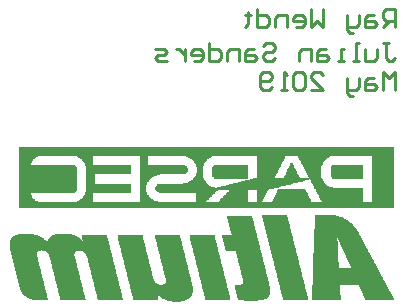
<source format=gbo>
G04*
G04 #@! TF.GenerationSoftware,Altium Limited,Altium Designer,19.1.5 (86)*
G04*
G04 Layer_Color=32896*
%FSLAX25Y25*%
%MOIN*%
G70*
G01*
G75*
%ADD12C,0.01000*%
%ADD41C,0.00100*%
D12*
X235500Y139194D02*
Y145192D01*
X232501D01*
X231501Y144192D01*
Y142193D01*
X232501Y141193D01*
X235500D01*
X233501D02*
X231501Y139194D01*
X228502Y143193D02*
X226503D01*
X225503Y142193D01*
Y139194D01*
X228502D01*
X229502Y140194D01*
X228502Y141193D01*
X225503D01*
X223504Y143193D02*
Y140194D01*
X222504Y139194D01*
X219505D01*
Y138194D01*
X220505Y137195D01*
X221504D01*
X219505Y139194D02*
Y143193D01*
X211508Y145192D02*
Y139194D01*
X209508Y141193D01*
X207509Y139194D01*
Y145192D01*
X202511Y139194D02*
X204510D01*
X205510Y140194D01*
Y142193D01*
X204510Y143193D01*
X202511D01*
X201511Y142193D01*
Y141193D01*
X205510D01*
X199512Y139194D02*
Y143193D01*
X196513D01*
X195513Y142193D01*
Y139194D01*
X189515Y145192D02*
Y139194D01*
X192514D01*
X193514Y140194D01*
Y142193D01*
X192514Y143193D01*
X189515D01*
X186516Y144192D02*
Y143193D01*
X187515D01*
X185516D01*
X186516D01*
Y140194D01*
X185516Y139194D01*
X231501Y133595D02*
X233501D01*
X232501D01*
Y128597D01*
X233501Y127597D01*
X234500D01*
X235500Y128597D01*
X229502Y131596D02*
Y128597D01*
X228502Y127597D01*
X225503D01*
Y131596D01*
X223504Y127597D02*
X221504D01*
X222504D01*
Y133595D01*
X223504D01*
X218506Y127597D02*
X216506D01*
X217506D01*
Y131596D01*
X218506D01*
X212507D02*
X210508D01*
X209508Y130596D01*
Y127597D01*
X212507D01*
X213507Y128597D01*
X212507Y129596D01*
X209508D01*
X207509Y127597D02*
Y131596D01*
X204510D01*
X203510Y130596D01*
Y127597D01*
X191514Y132595D02*
X192514Y133595D01*
X194513D01*
X195513Y132595D01*
Y131596D01*
X194513Y130596D01*
X192514D01*
X191514Y129596D01*
Y128597D01*
X192514Y127597D01*
X194513D01*
X195513Y128597D01*
X188515Y131596D02*
X186516D01*
X185516Y130596D01*
Y127597D01*
X188515D01*
X189515Y128597D01*
X188515Y129596D01*
X185516D01*
X183517Y127597D02*
Y131596D01*
X180518D01*
X179518Y130596D01*
Y127597D01*
X173520Y133595D02*
Y127597D01*
X176519D01*
X177519Y128597D01*
Y130596D01*
X176519Y131596D01*
X173520D01*
X168522Y127597D02*
X170521D01*
X171521Y128597D01*
Y130596D01*
X170521Y131596D01*
X168522D01*
X167522Y130596D01*
Y129596D01*
X171521D01*
X165523Y131596D02*
Y127597D01*
Y129596D01*
X164523Y130596D01*
X163523Y131596D01*
X162524D01*
X159525Y127597D02*
X156526D01*
X155526Y128597D01*
X156526Y129596D01*
X158525D01*
X159525Y130596D01*
X158525Y131596D01*
X155526D01*
X235500Y117999D02*
Y123997D01*
X233501Y121998D01*
X231501Y123997D01*
Y117999D01*
X228502Y121998D02*
X226503D01*
X225503Y120998D01*
Y117999D01*
X228502D01*
X229502Y118999D01*
X228502Y119999D01*
X225503D01*
X223504Y121998D02*
Y118999D01*
X222504Y117999D01*
X219505D01*
Y117000D01*
X220505Y116000D01*
X221504D01*
X219505Y117999D02*
Y121998D01*
X207509Y117999D02*
X211508D01*
X207509Y121998D01*
Y122998D01*
X208509Y123997D01*
X210508D01*
X211508Y122998D01*
X205510D02*
X204510Y123997D01*
X202511D01*
X201511Y122998D01*
Y118999D01*
X202511Y117999D01*
X204510D01*
X205510Y118999D01*
Y122998D01*
X199512Y117999D02*
X197512D01*
X198512D01*
Y123997D01*
X199512Y122998D01*
X194513Y118999D02*
X193514Y117999D01*
X191514D01*
X190515Y118999D01*
Y122998D01*
X191514Y123997D01*
X193514D01*
X194513Y122998D01*
Y121998D01*
X193514Y120998D01*
X190515D01*
D41*
X217300Y66900D02*
X224900D01*
X217200Y67000D02*
X224900D01*
X217200Y67100D02*
X224800D01*
X217200Y67200D02*
X224800D01*
X217100Y67300D02*
X224700D01*
X217100Y67400D02*
X224700D01*
X185200Y48200D02*
X189600D01*
X161100Y47900D02*
X163900D01*
X121200Y69600D02*
X128500D01*
X121400Y69700D02*
X128300D01*
X121600Y69800D02*
X128000D01*
X121900Y69900D02*
X127700D01*
X122200Y70000D02*
X127400D01*
X122600Y70100D02*
X127000D01*
X123200Y70200D02*
X126400D01*
X115200Y48400D02*
X119400D01*
X114600Y48500D02*
X119400D01*
X114200Y48600D02*
X119400D01*
X113900Y48700D02*
X119400D01*
X113600Y48800D02*
X119300D01*
X113400Y48900D02*
X119300D01*
X113200Y49000D02*
X119300D01*
X225600Y48400D02*
X234900D01*
X225600Y48500D02*
X234800D01*
X225500Y48600D02*
X234800D01*
X225500Y48700D02*
X234700D01*
X225400Y48800D02*
X234700D01*
X225400Y48900D02*
X234600D01*
X225300Y49000D02*
X234600D01*
X225300Y49100D02*
X234500D01*
X225300Y49200D02*
X234500D01*
X225200Y49300D02*
X234400D01*
X225200Y49400D02*
X234300D01*
X225100Y49500D02*
X234300D01*
X225000Y49700D02*
X234200D01*
X225000Y49800D02*
X234100D01*
X224900Y49900D02*
X234100D01*
X224900Y50000D02*
X234000D01*
X224900Y50100D02*
X234000D01*
X224800Y50200D02*
X233900D01*
X224800Y50300D02*
X233900D01*
X224700Y50400D02*
X233800D01*
X224700Y50500D02*
X233800D01*
X224600Y50600D02*
X233700D01*
X224600Y50700D02*
X233600D01*
X224600Y50800D02*
X233600D01*
X224500Y50900D02*
X233500D01*
X224500Y51000D02*
X233500D01*
X224400Y51100D02*
X233400D01*
X224400Y51200D02*
X233400D01*
X224300Y51300D02*
X233300D01*
X224300Y51400D02*
X233300D01*
X224200Y51500D02*
X233200D01*
X224200Y51600D02*
X233200D01*
X224200Y51700D02*
X233100D01*
X224100Y51800D02*
X233100D01*
X224100Y51900D02*
X233000D01*
X224000Y52000D02*
X232900D01*
X224000Y52100D02*
X232900D01*
X223900Y52200D02*
X232800D01*
X223900Y52300D02*
X232800D01*
X223800Y52400D02*
X232700D01*
X223800Y52500D02*
X232700D01*
X223800Y52600D02*
X232600D01*
X223700Y52700D02*
X232600D01*
X223700Y52800D02*
X232500D01*
X223600Y52900D02*
X232500D01*
X223600Y53000D02*
X232400D01*
X223500Y53100D02*
X232400D01*
X223500Y53200D02*
X232300D01*
X221000Y58800D02*
X229300D01*
X221000Y58900D02*
X229200D01*
X220900Y59000D02*
X229200D01*
X220900Y59100D02*
X229100D01*
X220800Y59200D02*
X229100D01*
X220800Y59300D02*
X229000D01*
X220800Y59400D02*
X229000D01*
X220700Y59500D02*
X228900D01*
X220700Y59600D02*
X228900D01*
X220600Y59700D02*
X228800D01*
X220600Y59800D02*
X228800D01*
X220500Y59900D02*
X228700D01*
X220500Y60000D02*
X228700D01*
X220400Y60100D02*
X228600D01*
X220400Y60200D02*
X228500D01*
X220300Y60300D02*
X228500D01*
X220300Y60400D02*
X228400D01*
X220200Y60500D02*
X228400D01*
X220200Y60600D02*
X228300D01*
X220200Y60700D02*
X228300D01*
X220100Y60800D02*
X228200D01*
X220100Y60900D02*
X228200D01*
X220000Y61000D02*
X228100D01*
X220000Y61100D02*
X228100D01*
X219900Y61200D02*
X228000D01*
X219900Y61300D02*
X228000D01*
X219800Y61400D02*
X227900D01*
X219800Y61500D02*
X227800D01*
X219700Y61600D02*
X227800D01*
X219700Y61700D02*
X227700D01*
X219600Y61800D02*
X227700D01*
X219600Y61900D02*
X227600D01*
X219600Y62000D02*
X227600D01*
X219500Y62100D02*
X227500D01*
X219500Y62200D02*
X227500D01*
X219400Y62300D02*
X227400D01*
X219400Y62400D02*
X227400D01*
X219300Y62500D02*
X227300D01*
X219300Y62600D02*
X227300D01*
X219200Y62700D02*
X227200D01*
X219200Y62800D02*
X227200D01*
X219100Y62900D02*
X227100D01*
X219100Y63000D02*
X227000D01*
X219000Y63100D02*
X227000D01*
X219000Y63200D02*
X226900D01*
X219000Y63300D02*
X226900D01*
X218900Y63400D02*
X226800D01*
X218900Y63500D02*
X226800D01*
X218800Y63600D02*
X226700D01*
X218800Y63700D02*
X226700D01*
X218700Y63800D02*
X226600D01*
X218700Y63900D02*
X226600D01*
X218600Y64000D02*
X226500D01*
X218600Y64100D02*
X226500D01*
X218500Y64200D02*
X226400D01*
X218500Y64300D02*
X226300D01*
X218400Y64400D02*
X226300D01*
X218400Y64500D02*
X226200D01*
X218300Y64600D02*
X226200D01*
X218300Y64700D02*
X226100D01*
X218300Y64800D02*
X226100D01*
X218200Y64900D02*
X226000D01*
X218200Y65000D02*
X226000D01*
X218100Y65100D02*
X225900D01*
X218100Y65200D02*
X225900D01*
X218000Y65300D02*
X225800D01*
X218000Y65400D02*
X225800D01*
X217900Y65500D02*
X225700D01*
X217800Y65700D02*
X225600D01*
X217800Y65800D02*
X225500D01*
X217800Y65900D02*
X225500D01*
X217700Y66000D02*
X225400D01*
X217700Y66100D02*
X225400D01*
X217600Y66200D02*
X225300D01*
X217600Y66300D02*
X225300D01*
X217500Y66400D02*
X225200D01*
X217500Y66500D02*
X225200D01*
X217400Y66600D02*
X225100D01*
X217400Y66700D02*
X225100D01*
X217300Y66800D02*
X225000D01*
X217000Y67500D02*
X224600D01*
X217000Y67600D02*
X224600D01*
X216900Y67700D02*
X224500D01*
X216900Y67800D02*
X224500D01*
X216800Y67900D02*
X224400D01*
X216800Y68000D02*
X224400D01*
X216700Y68100D02*
X224300D01*
X216700Y68200D02*
X224200D01*
X216600Y68300D02*
X224200D01*
X216600Y68400D02*
X224100D01*
X216500Y68500D02*
X224100D01*
X216500Y68600D02*
X224000D01*
X216500Y68700D02*
X224000D01*
X216400Y68800D02*
X223900D01*
X216400Y68900D02*
X223900D01*
X216300Y69000D02*
X223800D01*
X216300Y69100D02*
X223800D01*
X216200Y69200D02*
X223700D01*
X216200Y69300D02*
X223700D01*
X216100Y69400D02*
X223600D01*
X216100Y69500D02*
X223500D01*
X216000Y69600D02*
X223500D01*
X216000Y69700D02*
X223400D01*
X215900Y69800D02*
X223400D01*
X215900Y69900D02*
X223300D01*
X215900Y70000D02*
X223300D01*
X183600Y48300D02*
X190400D01*
X183100Y48400D02*
X191000D01*
X198200D02*
X206200D01*
X183100Y48500D02*
X191400D01*
X198100D02*
X206200D01*
X183100Y48600D02*
X191700D01*
X198100D02*
X206200D01*
X183100Y48700D02*
X192000D01*
X198100D02*
X206100D01*
X183000Y48800D02*
X192200D01*
X198100D02*
X206100D01*
X183000Y48900D02*
X192400D01*
X198000D02*
X206100D01*
X183000Y49000D02*
X192500D01*
X198000D02*
X206100D01*
X183000Y49100D02*
X192700D01*
X198000D02*
X206000D01*
X182900Y49200D02*
X192800D01*
X198000D02*
X206000D01*
X182900Y49300D02*
X192900D01*
X197900D02*
X206000D01*
X182900Y49400D02*
X193000D01*
X197900D02*
X206000D01*
X182900Y49500D02*
X193100D01*
X197900D02*
X205900D01*
X182800Y49700D02*
X193200D01*
X197800D02*
X205900D01*
X182800Y49800D02*
X193300D01*
X197800D02*
X205900D01*
X182800Y49900D02*
X193300D01*
X197800D02*
X205800D01*
X182700Y50000D02*
X193300D01*
X197800D02*
X205800D01*
X182700Y50100D02*
X193400D01*
X197700D02*
X205800D01*
X182700Y50200D02*
X193400D01*
X197700D02*
X205800D01*
X182700Y50300D02*
X193400D01*
X197700D02*
X205700D01*
X182600Y50400D02*
X193500D01*
X197700D02*
X205700D01*
X182600Y50500D02*
X193500D01*
X197600D02*
X205700D01*
X182600Y50600D02*
X193500D01*
X197600D02*
X205700D01*
X182600Y50700D02*
X193500D01*
X197600D02*
X205600D01*
X182500Y50800D02*
X193500D01*
X197600D02*
X205600D01*
X182500Y50900D02*
X193500D01*
X197500D02*
X205600D01*
X182500Y51000D02*
X193500D01*
X197500D02*
X205600D01*
X182500Y51100D02*
X193500D01*
X197500D02*
X205500D01*
X182400Y51200D02*
X193500D01*
X197500D02*
X205500D01*
X182400Y51300D02*
X193500D01*
X197400D02*
X205500D01*
X182400Y51400D02*
X193500D01*
X197400D02*
X205500D01*
X182400Y51500D02*
X193500D01*
X197400D02*
X205400D01*
X182300Y51600D02*
X193500D01*
X197400D02*
X205400D01*
X182300Y51700D02*
X193500D01*
X197300D02*
X205400D01*
X182300Y51800D02*
X193500D01*
X197300D02*
X205400D01*
X182300Y51900D02*
X193500D01*
X197300D02*
X205300D01*
X182200Y52000D02*
X193500D01*
X197300D02*
X205300D01*
X182200Y52100D02*
X193500D01*
X197200D02*
X205300D01*
X182200Y52200D02*
X193500D01*
X197200D02*
X205300D01*
X182200Y52300D02*
X193500D01*
X197200D02*
X205200D01*
X182100Y52400D02*
X193400D01*
X197200D02*
X205200D01*
X182100Y52500D02*
X193400D01*
X197100D02*
X205200D01*
X182100Y52600D02*
X193400D01*
X197100D02*
X205200D01*
X182100Y52700D02*
X193400D01*
X197100D02*
X205100D01*
X182000Y52800D02*
X193400D01*
X197100D02*
X205100D01*
X182000Y52900D02*
X193400D01*
X197000D02*
X205100D01*
X182000Y53000D02*
X193300D01*
X197000D02*
X205100D01*
X182000Y53100D02*
X193300D01*
X197000D02*
X205000D01*
X183900Y53200D02*
X193300D01*
X197000D02*
X205000D01*
X184300Y53300D02*
X193300D01*
X196900D02*
X205000D01*
X184500Y53400D02*
X193200D01*
X196900D02*
X205000D01*
X184600Y53500D02*
X193200D01*
X196900D02*
X204900D01*
X184700Y53600D02*
X193200D01*
X196900D02*
X204900D01*
X184800Y53700D02*
X193200D01*
X196800D02*
X204900D01*
X184800Y53800D02*
X193100D01*
X196800D02*
X204900D01*
X184900Y53900D02*
X193100D01*
X196800D02*
X204800D01*
X184900Y54000D02*
X193100D01*
X196800D02*
X204800D01*
X184900Y54100D02*
X193100D01*
X196700D02*
X204800D01*
X184900Y54200D02*
X193000D01*
X196700D02*
X204800D01*
X184900Y54300D02*
X193000D01*
X196700D02*
X204700D01*
X184900Y54400D02*
X193000D01*
X196700D02*
X204700D01*
X184900Y54500D02*
X193000D01*
X196600D02*
X204700D01*
X184900Y54600D02*
X192900D01*
X196600D02*
X204700D01*
X184900Y54700D02*
X192900D01*
X196600D02*
X204600D01*
X184800Y54800D02*
X192900D01*
X196600D02*
X204600D01*
X184800Y54900D02*
X192900D01*
X196500D02*
X204600D01*
X184800Y55000D02*
X192800D01*
X196500D02*
X204600D01*
X184800Y55100D02*
X192800D01*
X196500D02*
X204500D01*
X184700Y55200D02*
X192800D01*
X196500D02*
X204500D01*
X184700Y55300D02*
X192800D01*
X196400D02*
X204500D01*
X184700Y55400D02*
X192700D01*
X196400D02*
X204500D01*
X184700Y55500D02*
X192700D01*
X196400D02*
X204400D01*
X184600Y55600D02*
X192700D01*
X196400D02*
X204400D01*
X184600Y55700D02*
X192700D01*
X196300D02*
X204400D01*
X184600Y55800D02*
X192600D01*
X196300D02*
X204400D01*
X184600Y55900D02*
X192600D01*
X196300D02*
X204300D01*
X184500Y56000D02*
X192600D01*
X196300D02*
X204300D01*
X184500Y56100D02*
X192600D01*
X196200D02*
X204300D01*
X184500Y56200D02*
X192500D01*
X196200D02*
X204300D01*
X184500Y56300D02*
X192500D01*
X196200D02*
X204200D01*
X184400Y56400D02*
X192500D01*
X196200D02*
X204200D01*
X184400Y56500D02*
X192500D01*
X196100D02*
X204200D01*
X184400Y56600D02*
X192400D01*
X196100D02*
X204200D01*
X184400Y56700D02*
X192400D01*
X196100D02*
X204100D01*
X184300Y56800D02*
X192400D01*
X196100D02*
X204100D01*
X184300Y56900D02*
X192400D01*
X196000D02*
X204100D01*
X184300Y57000D02*
X192300D01*
X196000D02*
X204100D01*
X184300Y57100D02*
X192300D01*
X196000D02*
X204000D01*
X184200Y57200D02*
X192300D01*
X196000D02*
X204000D01*
X184200Y57300D02*
X192300D01*
X195900D02*
X204000D01*
X184200Y57400D02*
X192200D01*
X195900D02*
X204000D01*
X184200Y57500D02*
X192200D01*
X195900D02*
X203900D01*
X184100Y57700D02*
X192200D01*
X195800D02*
X203900D01*
X184100Y57800D02*
X192100D01*
X195800D02*
X203900D01*
X184100Y57900D02*
X192100D01*
X195800D02*
X203800D01*
X184000Y58000D02*
X192100D01*
X195800D02*
X203800D01*
X184000Y58100D02*
X192100D01*
X195700D02*
X203800D01*
X184000Y58200D02*
X192000D01*
X195700D02*
X203800D01*
X184000Y58300D02*
X192000D01*
X195700D02*
X203700D01*
X183900Y58400D02*
X192000D01*
X195700D02*
X203700D01*
X183900Y58500D02*
X192000D01*
X195600D02*
X203700D01*
X183900Y58600D02*
X191900D01*
X195600D02*
X203700D01*
X183900Y58700D02*
X191900D01*
X195600D02*
X203600D01*
X183800Y58800D02*
X191900D01*
X195600D02*
X203600D01*
X183800Y58900D02*
X191800D01*
X195500D02*
X203600D01*
X183800Y59000D02*
X191800D01*
X195500D02*
X203600D01*
X183800Y59100D02*
X191800D01*
X195500D02*
X203500D01*
X183700Y59200D02*
X191800D01*
X195500D02*
X203500D01*
X183700Y59300D02*
X191700D01*
X195400D02*
X203500D01*
X183700Y59400D02*
X191700D01*
X195400D02*
X203500D01*
X183700Y59500D02*
X191700D01*
X195400D02*
X203400D01*
X183600Y59600D02*
X191700D01*
X195400D02*
X203400D01*
X183600Y59700D02*
X191600D01*
X195300D02*
X203400D01*
X183600Y59800D02*
X191600D01*
X195300D02*
X203400D01*
X183600Y59900D02*
X191600D01*
X195300D02*
X203300D01*
X183500Y60000D02*
X191600D01*
X195300D02*
X203300D01*
X183500Y60100D02*
X191500D01*
X195200D02*
X203300D01*
X183500Y60200D02*
X191500D01*
X195200D02*
X203300D01*
X183500Y60300D02*
X191500D01*
X195200D02*
X203200D01*
X183400Y60400D02*
X191500D01*
X195200D02*
X203200D01*
X183400Y60500D02*
X191400D01*
X195100D02*
X203200D01*
X183400Y60600D02*
X191400D01*
X195100D02*
X203200D01*
X183400Y60700D02*
X191400D01*
X195100D02*
X203100D01*
X183300Y60800D02*
X191400D01*
X195100D02*
X203100D01*
X183300Y60900D02*
X191300D01*
X195000D02*
X203100D01*
X183300Y61000D02*
X191300D01*
X195000D02*
X203100D01*
X183300Y61100D02*
X191300D01*
X195000D02*
X203000D01*
X183200Y61200D02*
X191300D01*
X195000D02*
X203000D01*
X183200Y61300D02*
X191200D01*
X194900D02*
X203000D01*
X183200Y61400D02*
X191200D01*
X194900D02*
X203000D01*
X183200Y61500D02*
X191200D01*
X194900D02*
X202900D01*
X183100Y61600D02*
X191200D01*
X194800D02*
X202900D01*
X183100Y61700D02*
X191100D01*
X194800D02*
X202900D01*
X183100Y61800D02*
X191100D01*
X194800D02*
X202900D01*
X183100Y61900D02*
X191100D01*
X194800D02*
X202800D01*
X183000Y62000D02*
X191100D01*
X194700D02*
X202800D01*
X183000Y62100D02*
X191000D01*
X194700D02*
X202800D01*
X183000Y62200D02*
X191000D01*
X194700D02*
X202800D01*
X183000Y62300D02*
X191000D01*
X194700D02*
X202700D01*
X182900Y62400D02*
X191000D01*
X194600D02*
X202700D01*
X182900Y62500D02*
X190900D01*
X194600D02*
X202700D01*
X182900Y62600D02*
X190900D01*
X194600D02*
X202700D01*
X182900Y62700D02*
X190900D01*
X194600D02*
X202600D01*
X182800Y62800D02*
X190900D01*
X194500D02*
X202600D01*
X182800Y62900D02*
X190800D01*
X194500D02*
X202600D01*
X182800Y63000D02*
X190800D01*
X194500D02*
X202500D01*
X182800Y63100D02*
X190800D01*
X194500D02*
X202500D01*
X182700Y63200D02*
X190800D01*
X194400D02*
X202500D01*
X182700Y63300D02*
X190700D01*
X194400D02*
X202500D01*
X182700Y63400D02*
X190700D01*
X194400D02*
X202500D01*
X182700Y63500D02*
X190700D01*
X194400D02*
X202400D01*
X182600Y63600D02*
X190700D01*
X194300D02*
X202400D01*
X182600Y63700D02*
X190600D01*
X194300D02*
X202400D01*
X182600Y63800D02*
X190600D01*
X194300D02*
X202300D01*
X182600Y63900D02*
X190600D01*
X194300D02*
X202300D01*
X182500Y64000D02*
X190600D01*
X194200D02*
X202300D01*
X182500Y64100D02*
X190500D01*
X194200D02*
X202300D01*
X182500Y64200D02*
X190500D01*
X194200D02*
X202200D01*
X182500Y64300D02*
X190500D01*
X194200D02*
X202200D01*
X182400Y64400D02*
X190500D01*
X194100D02*
X202200D01*
X182400Y64500D02*
X190400D01*
X194100D02*
X202200D01*
X182400Y64600D02*
X190400D01*
X194100D02*
X202100D01*
X182400Y64700D02*
X190400D01*
X194100D02*
X202100D01*
X182300Y64800D02*
X190400D01*
X194000D02*
X202100D01*
X194000Y64900D02*
X202100D01*
X194000Y65000D02*
X202000D01*
X194000Y65100D02*
X202000D01*
X193900Y65200D02*
X202000D01*
X193900Y65300D02*
X202000D01*
X193900Y65400D02*
X201900D01*
X193900Y65500D02*
X201900D01*
X193800Y65700D02*
X201900D01*
X193800Y65800D02*
X201800D01*
X193800Y65900D02*
X201800D01*
X193700Y66000D02*
X201800D01*
X193700Y66100D02*
X201800D01*
X193700Y66200D02*
X201700D01*
X193700Y66300D02*
X201700D01*
X193600Y66400D02*
X201700D01*
X193600Y66500D02*
X201700D01*
X193600Y66600D02*
X201600D01*
X193600Y66700D02*
X201600D01*
X193500Y66800D02*
X201600D01*
X193500Y66900D02*
X201600D01*
X193500Y67000D02*
X201500D01*
X193500Y67100D02*
X201500D01*
X193400Y67200D02*
X201500D01*
X193400Y67300D02*
X201500D01*
X193400Y67400D02*
X201400D01*
X193400Y67500D02*
X201400D01*
X193300Y67600D02*
X201400D01*
X193300Y67700D02*
X201400D01*
X193300Y67800D02*
X201300D01*
X193300Y67900D02*
X201300D01*
X193200Y68000D02*
X201300D01*
X193200Y68100D02*
X201300D01*
X193200Y68200D02*
X201200D01*
X193200Y68300D02*
X201200D01*
X193100Y68400D02*
X201200D01*
X193100Y68500D02*
X201200D01*
X193100Y68600D02*
X201100D01*
X193100Y68700D02*
X201100D01*
X193000Y68800D02*
X201100D01*
X193000Y68900D02*
X201100D01*
X193000Y69000D02*
X201000D01*
X193000Y69100D02*
X201000D01*
X192900Y69200D02*
X201000D01*
X192900Y69300D02*
X201000D01*
X192900Y69400D02*
X200900D01*
X192900Y69500D02*
X200900D01*
X192800Y69600D02*
X200900D01*
X192800Y69700D02*
X200900D01*
X181100Y69800D02*
X189100D01*
X192800D02*
X200800D01*
X181100Y69900D02*
X189100D01*
X192800D02*
X200800D01*
X192700Y70000D02*
X200800D01*
X192700Y70100D02*
X200800D01*
X192700Y70200D02*
X200700D01*
X192700Y70300D02*
X200700D01*
X192600Y70400D02*
X200700D01*
X192600Y70500D02*
X200700D01*
X192600Y70600D02*
X200600D01*
X192600Y70700D02*
X200600D01*
X192500Y70800D02*
X200600D01*
X192500Y70900D02*
X200600D01*
X192500Y71000D02*
X200500D01*
X192500Y71100D02*
X200500D01*
X192400Y71200D02*
X200500D01*
X192400Y71300D02*
X200500D01*
X192400Y71400D02*
X200400D01*
X192400Y71500D02*
X200400D01*
X192300Y71600D02*
X200400D01*
X192300Y71700D02*
X200400D01*
X192300Y71800D02*
X200300D01*
X192300Y71900D02*
X200300D01*
X192200Y72000D02*
X200300D01*
X192200Y72100D02*
X200300D01*
X192200Y72200D02*
X200200D01*
X192200Y72300D02*
X200200D01*
X192100Y72400D02*
X200200D01*
X192100Y72500D02*
X200200D01*
X192100Y72600D02*
X200100D01*
X192100Y72700D02*
X200100D01*
X192000Y72800D02*
X200100D01*
X192000Y72900D02*
X200100D01*
X192000Y73000D02*
X200000D01*
X192000Y73100D02*
X200000D01*
X191900Y73200D02*
X200000D01*
X191900Y73300D02*
X200000D01*
X191900Y73400D02*
X199900D01*
X191900Y73500D02*
X199900D01*
X191800Y73700D02*
X199900D01*
X191800Y73800D02*
X199800D01*
X191800Y73900D02*
X199800D01*
X191700Y74000D02*
X199800D01*
X191700Y74100D02*
X199800D01*
X191700Y74200D02*
X199700D01*
X191700Y74300D02*
X199700D01*
X191600Y74400D02*
X199700D01*
X191600Y74500D02*
X199700D01*
X191600Y74600D02*
X199600D01*
X191600Y74700D02*
X199600D01*
X191500Y74800D02*
X199600D01*
X191500Y74900D02*
X199600D01*
X191500Y75000D02*
X199500D01*
X191500Y75100D02*
X199500D01*
X191400Y75200D02*
X199500D01*
X191400Y75300D02*
X199500D01*
X191400Y75400D02*
X199400D01*
X191400Y75500D02*
X199400D01*
X191300Y75600D02*
X199400D01*
X191300Y75700D02*
X199400D01*
X191300Y75800D02*
X199300D01*
X191300Y75900D02*
X199300D01*
X191200Y76000D02*
X199300D01*
X191200Y76100D02*
X199300D01*
X191200Y76200D02*
X199200D01*
X191200Y76300D02*
X199200D01*
X191100Y76400D02*
X199200D01*
X191100Y76500D02*
X199200D01*
X160400Y48000D02*
X164500D01*
X160000Y48100D02*
X164900D01*
X159600Y48200D02*
X165200D01*
X159300Y48300D02*
X165500D01*
X159000Y48400D02*
X165700D01*
X172300D02*
X180300D01*
X158800Y48500D02*
X165900D01*
X172300D02*
X180300D01*
X158500Y48600D02*
X166100D01*
X172200D02*
X180300D01*
X158300Y48700D02*
X166300D01*
X172200D02*
X180200D01*
X158100Y48800D02*
X166400D01*
X172200D02*
X180200D01*
X157900Y48900D02*
X166500D01*
X172200D02*
X180200D01*
X157800Y49000D02*
X166700D01*
X172100D02*
X180200D01*
X157600Y49100D02*
X166800D01*
X172100D02*
X180100D01*
X157500Y49200D02*
X166900D01*
X172100D02*
X180100D01*
X157300Y49300D02*
X167000D01*
X172100D02*
X180100D01*
X157200Y49400D02*
X167100D01*
X172000D02*
X180100D01*
X157100Y49500D02*
X167200D01*
X172000D02*
X180000D01*
X156800Y49700D02*
X167300D01*
X172000D02*
X180000D01*
X156700Y49800D02*
X167300D01*
X171900D02*
X180000D01*
X156600Y49900D02*
X167400D01*
X171900D02*
X179900D01*
X156500Y50000D02*
X167400D01*
X171900D02*
X179900D01*
X156400Y50100D02*
X167500D01*
X171900D02*
X179900D01*
X156300Y50200D02*
X167500D01*
X171800D02*
X179900D01*
X156200Y50300D02*
X167600D01*
X171800D02*
X179800D01*
X156100Y50400D02*
X167600D01*
X171800D02*
X179800D01*
X156000Y50500D02*
X167600D01*
X171800D02*
X179800D01*
X155900Y50600D02*
X167600D01*
X171700D02*
X179800D01*
X155800Y50700D02*
X167700D01*
X171700D02*
X179700D01*
X171700Y50800D02*
X179700D01*
X171700Y50900D02*
X179700D01*
X171600Y51000D02*
X179700D01*
X171600Y51100D02*
X179600D01*
X171600Y51200D02*
X179600D01*
X171600Y51300D02*
X179600D01*
X171500Y51400D02*
X179600D01*
X171500Y51500D02*
X179500D01*
X171500Y51600D02*
X179500D01*
X171500Y51700D02*
X179500D01*
X171400Y51800D02*
X179500D01*
X171400Y51900D02*
X179400D01*
X171400Y52000D02*
X179400D01*
X171400Y52100D02*
X179400D01*
X171300Y52200D02*
X179400D01*
X171300Y52300D02*
X179300D01*
X171300Y52400D02*
X179300D01*
X171300Y52500D02*
X179300D01*
X171200Y52600D02*
X179300D01*
X171200Y52700D02*
X179200D01*
X171200Y52800D02*
X179200D01*
X171200Y52900D02*
X179200D01*
X171100Y53000D02*
X179200D01*
X171100Y53100D02*
X179100D01*
X158000Y53200D02*
X167600D01*
X171100D02*
X179100D01*
X158300Y53300D02*
X167500D01*
X171100D02*
X179100D01*
X158500Y53400D02*
X167500D01*
X171000D02*
X179100D01*
X158700Y53500D02*
X167500D01*
X171000D02*
X179000D01*
X158800Y53600D02*
X167500D01*
X171000D02*
X179000D01*
X158900Y53700D02*
X167500D01*
X171000D02*
X179000D01*
X158900Y53800D02*
X167400D01*
X170900D02*
X179000D01*
X159000Y53900D02*
X167400D01*
X170900D02*
X178900D01*
X159000Y54000D02*
X167400D01*
X170900D02*
X178900D01*
X159000Y54100D02*
X167400D01*
X170900D02*
X178900D01*
X159100Y54200D02*
X167300D01*
X170800D02*
X178900D01*
X159100Y54300D02*
X167300D01*
X170800D02*
X178800D01*
X159100Y54400D02*
X167300D01*
X170800D02*
X178800D01*
X159100Y54500D02*
X167300D01*
X170800D02*
X178800D01*
X159100Y54600D02*
X167200D01*
X170700D02*
X178800D01*
X159100Y54700D02*
X167200D01*
X170700D02*
X178700D01*
X159100Y54800D02*
X167200D01*
X170700D02*
X178700D01*
X159100Y54900D02*
X167200D01*
X170700D02*
X178700D01*
X159100Y55000D02*
X167100D01*
X170600D02*
X178700D01*
X159000Y55100D02*
X167100D01*
X170600D02*
X178600D01*
X159000Y55200D02*
X167100D01*
X170600D02*
X178600D01*
X159000Y55300D02*
X167100D01*
X170600D02*
X178600D01*
X159000Y55400D02*
X167000D01*
X170500D02*
X178600D01*
X159000Y55500D02*
X167000D01*
X170500D02*
X178500D01*
X158900Y55600D02*
X167000D01*
X170500D02*
X178500D01*
X158900Y55700D02*
X167000D01*
X170500D02*
X178500D01*
X158900Y55800D02*
X166900D01*
X170400D02*
X178500D01*
X158900Y55900D02*
X166900D01*
X170400D02*
X178400D01*
X158800Y56000D02*
X166900D01*
X170400D02*
X178400D01*
X158800Y56100D02*
X166900D01*
X170400D02*
X178400D01*
X158800Y56200D02*
X166800D01*
X170300D02*
X178400D01*
X158800Y56300D02*
X166800D01*
X170300D02*
X178300D01*
X158700Y56400D02*
X166800D01*
X170300D02*
X178300D01*
X158700Y56500D02*
X166800D01*
X170300D02*
X178300D01*
X158700Y56600D02*
X166700D01*
X170200D02*
X178300D01*
X158700Y56700D02*
X166700D01*
X170200D02*
X178200D01*
X158600Y56800D02*
X166700D01*
X170200D02*
X178200D01*
X158600Y56900D02*
X166700D01*
X170200D02*
X178200D01*
X158600Y57000D02*
X166600D01*
X170100D02*
X178200D01*
X158600Y57100D02*
X166600D01*
X170100D02*
X178100D01*
X158500Y57200D02*
X166600D01*
X170100D02*
X178100D01*
X158500Y57300D02*
X166600D01*
X170100D02*
X178100D01*
X158500Y57400D02*
X166500D01*
X170000D02*
X178100D01*
X158500Y57500D02*
X166500D01*
X170000D02*
X178000D01*
X158400Y57700D02*
X166500D01*
X170000D02*
X178000D01*
X158400Y57800D02*
X166400D01*
X169900D02*
X178000D01*
X158400Y57900D02*
X166400D01*
X169900D02*
X177900D01*
X158300Y58000D02*
X166400D01*
X169900D02*
X177900D01*
X158300Y58100D02*
X166400D01*
X169900D02*
X177900D01*
X158300Y58200D02*
X166300D01*
X169800D02*
X177900D01*
X158300Y58300D02*
X166300D01*
X169800D02*
X177800D01*
X158200Y58400D02*
X166300D01*
X169800D02*
X177800D01*
X158200Y58500D02*
X166300D01*
X169800D02*
X177800D01*
X158200Y58600D02*
X166200D01*
X169700D02*
X177800D01*
X158200Y58700D02*
X166200D01*
X169700D02*
X177700D01*
X158100Y58800D02*
X166200D01*
X169700D02*
X177700D01*
X158100Y58900D02*
X166200D01*
X169700D02*
X177700D01*
X158100Y59000D02*
X166100D01*
X169600D02*
X177700D01*
X158100Y59100D02*
X166100D01*
X169600D02*
X177600D01*
X158000Y59200D02*
X166100D01*
X169600D02*
X177600D01*
X158000Y59300D02*
X166100D01*
X169600D02*
X177600D01*
X158000Y59400D02*
X166000D01*
X169500D02*
X177600D01*
X158000Y59500D02*
X166000D01*
X169500D02*
X177500D01*
X157900Y59600D02*
X166000D01*
X169500D02*
X177500D01*
X157900Y59700D02*
X166000D01*
X169500D02*
X177500D01*
X157900Y59800D02*
X165900D01*
X169400D02*
X177500D01*
X157900Y59900D02*
X165900D01*
X169400D02*
X177400D01*
X157800Y60000D02*
X165900D01*
X169400D02*
X177400D01*
X157800Y60100D02*
X165900D01*
X169400D02*
X177400D01*
X157800Y60200D02*
X165800D01*
X169300D02*
X177400D01*
X157800Y60300D02*
X165800D01*
X169300D02*
X177300D01*
X157700Y60400D02*
X165800D01*
X169300D02*
X177300D01*
X157700Y60500D02*
X165800D01*
X169300D02*
X177300D01*
X157700Y60600D02*
X165700D01*
X169200D02*
X177300D01*
X157700Y60700D02*
X165700D01*
X169200D02*
X177200D01*
X157600Y60800D02*
X165700D01*
X169200D02*
X177200D01*
X157600Y60900D02*
X165700D01*
X169200D02*
X177200D01*
X157600Y61000D02*
X165600D01*
X169100D02*
X177200D01*
X157600Y61100D02*
X165600D01*
X169100D02*
X177100D01*
X157500Y61200D02*
X165600D01*
X169100D02*
X177100D01*
X157500Y61300D02*
X165600D01*
X169100D02*
X177100D01*
X157500Y61400D02*
X165500D01*
X169000D02*
X177100D01*
X157500Y61500D02*
X165500D01*
X169000D02*
X177000D01*
X157400Y61600D02*
X165500D01*
X169000D02*
X177000D01*
X157400Y61700D02*
X165500D01*
X169000D02*
X177000D01*
X157400Y61800D02*
X165400D01*
X168900D02*
X177000D01*
X157400Y61900D02*
X165400D01*
X168900D02*
X176900D01*
X157300Y62000D02*
X165400D01*
X168900D02*
X176900D01*
X157300Y62100D02*
X165400D01*
X168900D02*
X176900D01*
X157300Y62200D02*
X165300D01*
X168800D02*
X176900D01*
X157300Y62300D02*
X165300D01*
X168800D02*
X176800D01*
X157200Y62400D02*
X165300D01*
X168800D02*
X176800D01*
X157200Y62500D02*
X165300D01*
X168800D02*
X176800D01*
X157200Y62600D02*
X165200D01*
X168700D02*
X176800D01*
X157200Y62700D02*
X165200D01*
X168700D02*
X176700D01*
X157100Y62800D02*
X165200D01*
X168700D02*
X176700D01*
X157100Y62900D02*
X165200D01*
X168700D02*
X176700D01*
X157100Y63000D02*
X165100D01*
X168600D02*
X176700D01*
X157100Y63100D02*
X165100D01*
X168600D02*
X176600D01*
X157000Y63200D02*
X165100D01*
X168600D02*
X176600D01*
X157000Y63300D02*
X165100D01*
X168500D02*
X176600D01*
X157000Y63400D02*
X165000D01*
X168500D02*
X176600D01*
X157000Y63500D02*
X165000D01*
X168500D02*
X176500D01*
X156900Y63600D02*
X165000D01*
X168500D02*
X176500D01*
X156900Y63700D02*
X165000D01*
X168400D02*
X176500D01*
X156900Y63800D02*
X164900D01*
X168400D02*
X176500D01*
X156900Y63900D02*
X164900D01*
X168400D02*
X176400D01*
X156800Y64000D02*
X164900D01*
X168400D02*
X176400D01*
X156800Y64100D02*
X164900D01*
X168300D02*
X176400D01*
X156800Y64200D02*
X164800D01*
X168300D02*
X176400D01*
X156800Y64300D02*
X164800D01*
X168300D02*
X176300D01*
X156700Y64400D02*
X164800D01*
X168300D02*
X176300D01*
X156700Y64500D02*
X164800D01*
X168200D02*
X176300D01*
X156700Y64600D02*
X164700D01*
X168200D02*
X176300D01*
X156700Y64700D02*
X164700D01*
X168200D02*
X176200D01*
X156600Y64800D02*
X164700D01*
X168200D02*
X176200D01*
X156600Y64900D02*
X164700D01*
X168100D02*
X176200D01*
X156600Y65000D02*
X164600D01*
X168100D02*
X176200D01*
X156600Y65100D02*
X164600D01*
X168100D02*
X176100D01*
X156500Y65200D02*
X164600D01*
X168100D02*
X176100D01*
X156500Y65300D02*
X164600D01*
X168000D02*
X176100D01*
X156500Y65400D02*
X164500D01*
X168000D02*
X176100D01*
X156500Y65500D02*
X164500D01*
X168000D02*
X176000D01*
X156400Y65700D02*
X164500D01*
X167900D02*
X176000D01*
X156400Y65800D02*
X164400D01*
X167900D02*
X176000D01*
X156400Y65900D02*
X164400D01*
X167900D02*
X175900D01*
X156300Y66000D02*
X164400D01*
X167900D02*
X175900D01*
X156300Y66100D02*
X164400D01*
X167800D02*
X175900D01*
X156300Y66200D02*
X164300D01*
X167800D02*
X175900D01*
X156300Y66300D02*
X164300D01*
X167800D02*
X175800D01*
X156200Y66400D02*
X164300D01*
X167800D02*
X175800D01*
X156200Y66500D02*
X164300D01*
X167700D02*
X175800D01*
X156200Y66600D02*
X164200D01*
X167700D02*
X175800D01*
X156200Y66700D02*
X164200D01*
X167700D02*
X175700D01*
X156100Y66800D02*
X164200D01*
X167700D02*
X175700D01*
X156100Y66900D02*
X164200D01*
X167600D02*
X175700D01*
X156100Y67000D02*
X164100D01*
X167600D02*
X175700D01*
X156100Y67100D02*
X164100D01*
X167600D02*
X175600D01*
X156000Y67200D02*
X164100D01*
X167600D02*
X175600D01*
X156000Y67300D02*
X164100D01*
X167500D02*
X175600D01*
X156000Y67400D02*
X164000D01*
X167500D02*
X175600D01*
X156000Y67500D02*
X164000D01*
X167500D02*
X175500D01*
X155900Y67600D02*
X164000D01*
X167500D02*
X175500D01*
X155900Y67700D02*
X164000D01*
X167400D02*
X175500D01*
X155900Y67800D02*
X163900D01*
X167400D02*
X175500D01*
X155900Y67900D02*
X163900D01*
X167400D02*
X175400D01*
X155800Y68000D02*
X163900D01*
X167400D02*
X175400D01*
X155800Y68100D02*
X163900D01*
X167300D02*
X175400D01*
X155800Y68200D02*
X163800D01*
X167300D02*
X175400D01*
X155800Y68300D02*
X163800D01*
X167300D02*
X175300D01*
X155700Y68400D02*
X163800D01*
X167300D02*
X175300D01*
X155700Y68500D02*
X163800D01*
X167200D02*
X175300D01*
X155700Y68600D02*
X163700D01*
X167200D02*
X175300D01*
X155700Y68700D02*
X163700D01*
X167200D02*
X175200D01*
X155600Y68800D02*
X163700D01*
X167200D02*
X175200D01*
X155600Y68900D02*
X163700D01*
X167100D02*
X175200D01*
X155600Y69000D02*
X163600D01*
X167100D02*
X175200D01*
X155600Y69100D02*
X163600D01*
X167100D02*
X175100D01*
X155500Y69200D02*
X163600D01*
X167100D02*
X175100D01*
X155500Y69300D02*
X163600D01*
X167000D02*
X175100D01*
X155500Y69400D02*
X163500D01*
X167000D02*
X175100D01*
X155500Y69500D02*
X163500D01*
X167000D02*
X175000D01*
X155400Y69600D02*
X163500D01*
X167000D02*
X175000D01*
X155400Y69700D02*
X163500D01*
X167000D02*
X175000D01*
X124000Y48400D02*
X132000D01*
X136400D02*
X144500D01*
X123900Y48500D02*
X132000D01*
X136400D02*
X144500D01*
X123900Y48600D02*
X131900D01*
X136400D02*
X144400D01*
X123900Y48700D02*
X131900D01*
X136300D02*
X144400D01*
X123900Y48800D02*
X131900D01*
X136300D02*
X144400D01*
X123800Y48900D02*
X131900D01*
X136300D02*
X144400D01*
X123800Y49000D02*
X131800D01*
X136300D02*
X144300D01*
X123800Y49100D02*
X131800D01*
X136200D02*
X144300D01*
X123800Y49200D02*
X131800D01*
X136200D02*
X144300D01*
X123700Y49300D02*
X131800D01*
X136200D02*
X144300D01*
X123700Y49400D02*
X131700D01*
X136200D02*
X144200D01*
X123700Y49500D02*
X131700D01*
X136100D02*
X144200D01*
X123600Y49700D02*
X131700D01*
X136100D02*
X144200D01*
X123600Y49800D02*
X131600D01*
X136100D02*
X144100D01*
X123600Y49900D02*
X131600D01*
X136000D02*
X144100D01*
X123600Y50000D02*
X131600D01*
X136000D02*
X144100D01*
X123500Y50100D02*
X131600D01*
X136000D02*
X144100D01*
X123500Y50200D02*
X131500D01*
X136000D02*
X144000D01*
X123500Y50300D02*
X131500D01*
X135900D02*
X144000D01*
X123500Y50400D02*
X131500D01*
X135900D02*
X144000D01*
X123400Y50500D02*
X131500D01*
X135900D02*
X144000D01*
X123400Y50600D02*
X131400D01*
X135900D02*
X143900D01*
X123400Y50700D02*
X131400D01*
X135800D02*
X143900D01*
X123400Y50800D02*
X131400D01*
X135800D02*
X143900D01*
X123300Y50900D02*
X131400D01*
X135800D02*
X143900D01*
X123300Y51000D02*
X131300D01*
X135800D02*
X143800D01*
X123300Y51100D02*
X131300D01*
X135700D02*
X143800D01*
X123300Y51200D02*
X131300D01*
X135700D02*
X143800D01*
X123200Y51300D02*
X131300D01*
X135700D02*
X143800D01*
X123200Y51400D02*
X131200D01*
X135700D02*
X143700D01*
X123200Y51500D02*
X131200D01*
X135600D02*
X143700D01*
X123200Y51600D02*
X131200D01*
X135600D02*
X143700D01*
X123100Y51700D02*
X131200D01*
X135600D02*
X143700D01*
X123100Y51800D02*
X131100D01*
X135600D02*
X143600D01*
X123100Y51900D02*
X131100D01*
X135500D02*
X143600D01*
X123100Y52000D02*
X131100D01*
X135500D02*
X143600D01*
X123000Y52100D02*
X131100D01*
X135500D02*
X143600D01*
X123000Y52200D02*
X131000D01*
X135500D02*
X143500D01*
X123000Y52300D02*
X131000D01*
X135400D02*
X143500D01*
X123000Y52400D02*
X131000D01*
X135400D02*
X143500D01*
X122900Y52500D02*
X131000D01*
X135400D02*
X143500D01*
X122900Y52600D02*
X130900D01*
X135400D02*
X143400D01*
X122900Y52700D02*
X130900D01*
X135300D02*
X143400D01*
X122900Y52800D02*
X130900D01*
X135300D02*
X143400D01*
X122800Y52900D02*
X130900D01*
X135300D02*
X143400D01*
X122800Y53000D02*
X130800D01*
X135300D02*
X143300D01*
X122800Y53100D02*
X130800D01*
X135200D02*
X143300D01*
X122700Y53200D02*
X130800D01*
X135200D02*
X143300D01*
X122700Y53300D02*
X130800D01*
X135200D02*
X143300D01*
X122700Y53400D02*
X130700D01*
X135200D02*
X143200D01*
X122700Y53500D02*
X130700D01*
X135100D02*
X143200D01*
X122600Y53600D02*
X130700D01*
X135100D02*
X143200D01*
X122600Y53700D02*
X130700D01*
X135100D02*
X143200D01*
X122600Y53800D02*
X130600D01*
X135100D02*
X143100D01*
X122600Y53900D02*
X130600D01*
X135000D02*
X143100D01*
X122500Y54000D02*
X130600D01*
X135000D02*
X143100D01*
X122500Y54100D02*
X130600D01*
X135000D02*
X143100D01*
X122500Y54200D02*
X130500D01*
X135000D02*
X143000D01*
X122500Y54300D02*
X130500D01*
X134900D02*
X143000D01*
X122400Y54400D02*
X130500D01*
X134900D02*
X143000D01*
X122400Y54500D02*
X130500D01*
X134900D02*
X143000D01*
X122400Y54600D02*
X130400D01*
X134900D02*
X142900D01*
X122400Y54700D02*
X130400D01*
X134800D02*
X142900D01*
X122300Y54800D02*
X130400D01*
X134800D02*
X142900D01*
X122300Y54900D02*
X130400D01*
X134800D02*
X142900D01*
X122300Y55000D02*
X130300D01*
X134800D02*
X142800D01*
X122300Y55100D02*
X130300D01*
X134700D02*
X142800D01*
X122200Y55200D02*
X130300D01*
X134700D02*
X142800D01*
X122200Y55300D02*
X130300D01*
X134700D02*
X142800D01*
X122200Y55400D02*
X130200D01*
X134700D02*
X142700D01*
X122200Y55500D02*
X130200D01*
X134600D02*
X142700D01*
X122100Y55600D02*
X130200D01*
X134600D02*
X142700D01*
X122100Y55700D02*
X130200D01*
X134600D02*
X142700D01*
X122100Y55800D02*
X130100D01*
X134600D02*
X142600D01*
X122100Y55900D02*
X130100D01*
X134500D02*
X142600D01*
X122000Y56000D02*
X130100D01*
X134500D02*
X142600D01*
X122000Y56100D02*
X130100D01*
X134500D02*
X142600D01*
X122000Y56200D02*
X130000D01*
X134500D02*
X142500D01*
X122000Y56300D02*
X130000D01*
X134400D02*
X142500D01*
X121900Y56400D02*
X130000D01*
X134400D02*
X142500D01*
X121900Y56500D02*
X130000D01*
X134400D02*
X142500D01*
X121900Y56600D02*
X129900D01*
X134400D02*
X142400D01*
X121900Y56700D02*
X129900D01*
X134300D02*
X142400D01*
X121800Y56800D02*
X129900D01*
X134300D02*
X142400D01*
X121800Y56900D02*
X129900D01*
X134300D02*
X142300D01*
X121800Y57000D02*
X129800D01*
X134300D02*
X142300D01*
X121800Y57100D02*
X129800D01*
X134200D02*
X142300D01*
X121700Y57200D02*
X129800D01*
X134200D02*
X142300D01*
X121700Y57300D02*
X129800D01*
X134200D02*
X142200D01*
X121700Y57400D02*
X129700D01*
X134200D02*
X142200D01*
X121700Y57500D02*
X129700D01*
X134100D02*
X142200D01*
X121600Y57700D02*
X129700D01*
X134100D02*
X142100D01*
X121600Y57800D02*
X129600D01*
X134100D02*
X142100D01*
X121600Y57900D02*
X129600D01*
X134000D02*
X142100D01*
X121500Y58000D02*
X129600D01*
X134000D02*
X142100D01*
X121500Y58100D02*
X129600D01*
X134000D02*
X142000D01*
X121500Y58200D02*
X129500D01*
X134000D02*
X142000D01*
X121500Y58300D02*
X129500D01*
X133900D02*
X142000D01*
X121400Y58400D02*
X129500D01*
X133900D02*
X142000D01*
X121400Y58500D02*
X129500D01*
X133900D02*
X141900D01*
X121400Y58600D02*
X129400D01*
X133900D02*
X141900D01*
X121400Y58700D02*
X129400D01*
X133800D02*
X141900D01*
X121300Y58800D02*
X129400D01*
X133800D02*
X141900D01*
X121300Y58900D02*
X129400D01*
X133800D02*
X141800D01*
X121300Y59000D02*
X129300D01*
X133800D02*
X141800D01*
X121300Y59100D02*
X129300D01*
X133700D02*
X141800D01*
X121200Y59200D02*
X129300D01*
X133700D02*
X141800D01*
X121200Y59300D02*
X129300D01*
X133700D02*
X141700D01*
X121200Y59400D02*
X129200D01*
X133700D02*
X141700D01*
X121200Y59500D02*
X129200D01*
X133600D02*
X141700D01*
X121100Y59600D02*
X129200D01*
X133600D02*
X141700D01*
X121100Y59700D02*
X129200D01*
X133600D02*
X141600D01*
X121100Y59800D02*
X129100D01*
X133600D02*
X141600D01*
X121100Y59900D02*
X129100D01*
X133500D02*
X141600D01*
X121000Y60000D02*
X129100D01*
X133500D02*
X141600D01*
X121000Y60100D02*
X129100D01*
X133500D02*
X141500D01*
X121000Y60200D02*
X129000D01*
X133500D02*
X141500D01*
X121000Y60300D02*
X129000D01*
X133400D02*
X141500D01*
X120900Y60400D02*
X129000D01*
X133400D02*
X141500D01*
X120900Y60500D02*
X129000D01*
X133400D02*
X141400D01*
X120900Y60600D02*
X128900D01*
X133400D02*
X141400D01*
X120900Y60700D02*
X128900D01*
X133300D02*
X141400D01*
X120800Y60800D02*
X128900D01*
X133300D02*
X141400D01*
X120800Y60900D02*
X128900D01*
X133300D02*
X141300D01*
X120800Y61000D02*
X128800D01*
X133300D02*
X141300D01*
X120800Y61100D02*
X128800D01*
X133200D02*
X141300D01*
X120700Y61200D02*
X128800D01*
X133200D02*
X141300D01*
X120700Y61300D02*
X128800D01*
X133200D02*
X141200D01*
X120700Y61400D02*
X128700D01*
X133200D02*
X141200D01*
X120700Y61500D02*
X128700D01*
X133100D02*
X141200D01*
X120600Y61600D02*
X128700D01*
X133100D02*
X141200D01*
X120600Y61700D02*
X128700D01*
X133100D02*
X141100D01*
X120600Y61800D02*
X128600D01*
X133100D02*
X141100D01*
X120600Y61900D02*
X128600D01*
X133000D02*
X141100D01*
X120500Y62000D02*
X128600D01*
X133000D02*
X141100D01*
X120500Y62100D02*
X128600D01*
X133000D02*
X141000D01*
X120500Y62200D02*
X128500D01*
X133000D02*
X141000D01*
X120500Y62300D02*
X128500D01*
X132900D02*
X141000D01*
X120400Y62400D02*
X128500D01*
X132900D02*
X141000D01*
X120400Y62500D02*
X128500D01*
X132900D02*
X140900D01*
X120400Y62600D02*
X128400D01*
X132800D02*
X140900D01*
X120400Y62700D02*
X128400D01*
X132800D02*
X140900D01*
X120300Y62800D02*
X128400D01*
X132800D02*
X140900D01*
X120300Y62900D02*
X128400D01*
X132800D02*
X140800D01*
X120200Y63000D02*
X128300D01*
X132700D02*
X140800D01*
X120200Y63100D02*
X128300D01*
X132700D02*
X140800D01*
X120200Y63200D02*
X128300D01*
X132600D02*
X140800D01*
X120100Y63300D02*
X128300D01*
X132600D02*
X140700D01*
X120100Y63400D02*
X128300D01*
X132500D02*
X140700D01*
X120000Y63500D02*
X128300D01*
X132500D02*
X140700D01*
X119900Y63600D02*
X128300D01*
X132400D02*
X140700D01*
X119900Y63700D02*
X128300D01*
X132400D02*
X140600D01*
X119800Y63800D02*
X128300D01*
X132300D02*
X140600D01*
X119700Y63900D02*
X128400D01*
X132200D02*
X140600D01*
X119700Y64000D02*
X128400D01*
X132100D02*
X140600D01*
X119600Y64100D02*
X128400D01*
X132100D02*
X140500D01*
X119500Y64200D02*
X128500D01*
X131900D02*
X140500D01*
X119400Y64300D02*
X128500D01*
X131800D02*
X140500D01*
X119200Y64400D02*
X128600D01*
X131700D02*
X140500D01*
X119100Y64500D02*
X128700D01*
X131600D02*
X140400D01*
X118900Y64600D02*
X128800D01*
X131400D02*
X140400D01*
X118700Y64700D02*
X129000D01*
X131200D02*
X140400D01*
X118400Y64800D02*
X129200D01*
X130900D02*
X140400D01*
X117800Y64900D02*
X129700D01*
X130300D02*
X140300D01*
X119500Y67200D02*
X139800D01*
X119600Y67300D02*
X131500D01*
X131600D02*
X139700D01*
X119600Y67400D02*
X131400D01*
X131600D02*
X139700D01*
X119600Y67500D02*
X131400D01*
X131500D02*
X139700D01*
X119600Y67600D02*
X131300D01*
X131500D02*
X139700D01*
X119700Y67700D02*
X131200D01*
X131500D02*
X139600D01*
X119700Y67800D02*
X131100D01*
X131500D02*
X139600D01*
X119700Y67900D02*
X131000D01*
X131500D02*
X139600D01*
X119800Y68000D02*
X130900D01*
X131400D02*
X139600D01*
X119800Y68100D02*
X130800D01*
X131400D02*
X139500D01*
X119900Y68200D02*
X130700D01*
X131400D02*
X139500D01*
X119900Y68300D02*
X130600D01*
X131400D02*
X139500D01*
X120000Y68400D02*
X130500D01*
X131300D02*
X139500D01*
X120000Y68500D02*
X130300D01*
X131300D02*
X139400D01*
X120100Y68600D02*
X130200D01*
X131300D02*
X139400D01*
X120200Y68700D02*
X130100D01*
X131300D02*
X139400D01*
X120300Y68800D02*
X130000D01*
X131200D02*
X139400D01*
X120300Y68900D02*
X129800D01*
X131200D02*
X139300D01*
X120400Y69000D02*
X129700D01*
X131200D02*
X139300D01*
X120500Y69100D02*
X129500D01*
X131200D02*
X139300D01*
X120600Y69200D02*
X129300D01*
X131100D02*
X139300D01*
X120700Y69300D02*
X129200D01*
X131100D02*
X139200D01*
X120900Y69400D02*
X129000D01*
X131100D02*
X139200D01*
X121000Y69500D02*
X128800D01*
X131100D02*
X139200D01*
X131000Y69600D02*
X139200D01*
X131000Y69700D02*
X139100D01*
X108900Y58400D02*
X116900D01*
X108900Y58500D02*
X116900D01*
X108800Y58600D02*
X116900D01*
X108800Y58700D02*
X116900D01*
X108800Y58800D02*
X116800D01*
X108800Y58900D02*
X116800D01*
X108700Y59000D02*
X116800D01*
X108700Y59100D02*
X116800D01*
X108700Y59200D02*
X116700D01*
X108700Y59300D02*
X116700D01*
X108600Y59400D02*
X116700D01*
X108600Y59500D02*
X116700D01*
X108600Y59600D02*
X116600D01*
X108600Y59700D02*
X116600D01*
X108500Y59800D02*
X116600D01*
X108500Y59900D02*
X116600D01*
X108500Y60000D02*
X116500D01*
X108500Y60100D02*
X116500D01*
X108400Y60200D02*
X116500D01*
X108400Y60300D02*
X116500D01*
X108400Y60400D02*
X116400D01*
X108400Y60500D02*
X116400D01*
X108300Y60600D02*
X116400D01*
X108300Y60700D02*
X116400D01*
X108300Y60800D02*
X116300D01*
X108300Y60900D02*
X116300D01*
X108200Y61000D02*
X116300D01*
X108200Y61100D02*
X116300D01*
X108200Y61200D02*
X116200D01*
X108200Y61300D02*
X116200D01*
X108100Y61400D02*
X116200D01*
X108100Y61500D02*
X116200D01*
X108100Y61600D02*
X116100D01*
X108100Y61700D02*
X116100D01*
X108000Y61800D02*
X116100D01*
X108000Y61900D02*
X116100D01*
X108000Y62000D02*
X116000D01*
X108000Y62100D02*
X116000D01*
X107900Y62200D02*
X116000D01*
X107900Y62300D02*
X116000D01*
X107900Y62400D02*
X115900D01*
X107900Y62500D02*
X115900D01*
X107800Y62600D02*
X115900D01*
X107800Y62700D02*
X115900D01*
X107800Y62800D02*
X115800D01*
X107800Y62900D02*
X115800D01*
X107700Y63000D02*
X115800D01*
X107700Y63100D02*
X115800D01*
X107700Y63200D02*
X115800D01*
X107700Y63300D02*
X115800D01*
X107600Y63400D02*
X115800D01*
X107600Y63500D02*
X115800D01*
X107600Y63600D02*
X115800D01*
X107600Y63700D02*
X115800D01*
X107500Y63800D02*
X115800D01*
X107500Y63900D02*
X115800D01*
X107500Y64000D02*
X115800D01*
X107500Y64100D02*
X115900D01*
X107400Y64200D02*
X115900D01*
X107400Y64300D02*
X116000D01*
X107400Y64400D02*
X116000D01*
X107400Y64500D02*
X116100D01*
X107300Y64600D02*
X116300D01*
X107300Y64700D02*
X116400D01*
X107300Y64800D02*
X116700D01*
X108300Y69300D02*
X116800D01*
X108500Y69400D02*
X116700D01*
X108600Y69500D02*
X116400D01*
X108800Y69600D02*
X116200D01*
X109000Y69700D02*
X115900D01*
X109300Y69800D02*
X115600D01*
X109600Y69900D02*
X115300D01*
X109900Y70000D02*
X114900D01*
X110300Y70100D02*
X114500D01*
X110900Y70200D02*
X113900D01*
X225100Y49600D02*
X234200D01*
X217900Y65600D02*
X225600D01*
X182800Y49600D02*
X193100D01*
X197900D02*
X205900D01*
X184100Y57600D02*
X192200D01*
X195900D02*
X203900D01*
X193800Y65600D02*
X201900D01*
X191800Y73600D02*
X199900D01*
X156900Y49600D02*
X167200D01*
X172000D02*
X180000D01*
X158400Y57600D02*
X166500D01*
X170000D02*
X178000D01*
X156400Y65600D02*
X164500D01*
X168000D02*
X176000D01*
X123700Y49600D02*
X131700D01*
X136100D02*
X144200D01*
X121600Y57600D02*
X129700D01*
X134100D02*
X142200D01*
X207800Y48400D02*
X217000D01*
X207800Y48500D02*
X217000D01*
X207800Y48600D02*
X217000D01*
X207800Y48700D02*
X217000D01*
X207800Y48800D02*
X217000D01*
X207800Y48900D02*
X217000D01*
X207800Y49000D02*
X217000D01*
X207800Y49100D02*
X217000D01*
X207800Y49200D02*
X217000D01*
X207800Y49300D02*
X217000D01*
X207800Y49400D02*
X217000D01*
X207800Y49500D02*
X217000D01*
X207800Y49700D02*
X216900D01*
X207800Y49800D02*
X216900D01*
X207800Y49900D02*
X216900D01*
X207800Y50000D02*
X216900D01*
X207800Y50100D02*
X216900D01*
X207800Y50200D02*
X216900D01*
X207800Y50300D02*
X216900D01*
X207800Y50400D02*
X216900D01*
X207900Y50500D02*
X216900D01*
X207900Y50600D02*
X216900D01*
X207900Y50700D02*
X216900D01*
X207900Y50800D02*
X216900D01*
X207900Y50900D02*
X216900D01*
X207900Y51000D02*
X216900D01*
X207900Y51100D02*
X216900D01*
X207900Y51200D02*
X216900D01*
X207900Y51300D02*
X216900D01*
X207900Y51400D02*
X216900D01*
X207900Y51500D02*
X216800D01*
X207900Y51600D02*
X216800D01*
X207900Y51700D02*
X216800D01*
X207900Y51800D02*
X216800D01*
X207900Y51900D02*
X216800D01*
X207900Y52000D02*
X216800D01*
X207900Y52100D02*
X216800D01*
X207900Y52200D02*
X216800D01*
X207900Y52300D02*
X216800D01*
X207900Y52400D02*
X216800D01*
X207900Y52500D02*
X216800D01*
X207900Y52600D02*
X216800D01*
X207900Y52700D02*
X216800D01*
X207900Y52800D02*
X216800D01*
X207900Y52900D02*
X216800D01*
X207900Y53000D02*
X216800D01*
X207900Y53100D02*
X216800D01*
X208000Y53200D02*
X216800D01*
X208000Y53300D02*
X232200D01*
X208000Y53400D02*
X232200D01*
X208000Y53500D02*
X232100D01*
X208000Y53600D02*
X232100D01*
X208000Y53700D02*
X232000D01*
X208000Y53800D02*
X232000D01*
X208000Y53900D02*
X231900D01*
X208000Y54000D02*
X231900D01*
X208000Y54100D02*
X231800D01*
X208000Y54200D02*
X231800D01*
X208000Y54300D02*
X231700D01*
X208000Y54400D02*
X231700D01*
X208000Y54500D02*
X231600D01*
X208000Y54600D02*
X231600D01*
X208000Y54700D02*
X231500D01*
X208000Y54800D02*
X231400D01*
X208000Y54900D02*
X231400D01*
X208000Y55000D02*
X231300D01*
X208000Y55100D02*
X231300D01*
X208000Y55200D02*
X231200D01*
X208000Y55300D02*
X231200D01*
X208000Y55400D02*
X231100D01*
X208000Y55500D02*
X231100D01*
X208000Y55600D02*
X231000D01*
X208000Y55700D02*
X231000D01*
X208100Y55800D02*
X230900D01*
X208100Y55900D02*
X230900D01*
X208100Y56000D02*
X230800D01*
X208100Y56100D02*
X230700D01*
X208100Y56200D02*
X230700D01*
X208100Y56300D02*
X230600D01*
X208100Y56400D02*
X230600D01*
X208100Y56500D02*
X230500D01*
X208100Y56600D02*
X230500D01*
X208100Y56700D02*
X230400D01*
X208100Y56800D02*
X230400D01*
X208100Y56900D02*
X230300D01*
X208100Y57000D02*
X230300D01*
X208100Y57100D02*
X230200D01*
X208100Y57200D02*
X230200D01*
X208100Y57300D02*
X230100D01*
X208100Y57400D02*
X230000D01*
X208100Y57500D02*
X230000D01*
X208100Y57700D02*
X229900D01*
X208100Y57800D02*
X229800D01*
X208100Y57900D02*
X229800D01*
X208100Y58000D02*
X229700D01*
X208100Y58100D02*
X229700D01*
X208100Y58200D02*
X229600D01*
X208100Y58300D02*
X229600D01*
X208100Y58400D02*
X229500D01*
X208200Y58500D02*
X229500D01*
X208200Y58600D02*
X229400D01*
X208200Y58700D02*
X229300D01*
X208200Y58800D02*
X216500D01*
X208200Y58900D02*
X216400D01*
X208200Y59000D02*
X216400D01*
X208200Y59100D02*
X216400D01*
X208200Y59200D02*
X216400D01*
X208200Y59300D02*
X216400D01*
X208200Y59400D02*
X216400D01*
X208200Y59500D02*
X216400D01*
X208200Y59600D02*
X216400D01*
X208200Y59700D02*
X216400D01*
X208200Y59800D02*
X216400D01*
X208200Y59900D02*
X216400D01*
X208200Y60000D02*
X216400D01*
X208200Y60100D02*
X216400D01*
X208200Y60200D02*
X216400D01*
X208200Y60300D02*
X216400D01*
X208200Y60400D02*
X216400D01*
X208200Y60500D02*
X216400D01*
X208200Y60600D02*
X216400D01*
X208200Y60700D02*
X216300D01*
X208200Y60800D02*
X216300D01*
X208200Y60900D02*
X216300D01*
X208200Y61000D02*
X216300D01*
X208300Y61100D02*
X216300D01*
X208300Y61200D02*
X216300D01*
X208300Y61300D02*
X216300D01*
X208300Y61400D02*
X216300D01*
X208300Y61500D02*
X216300D01*
X208300Y61600D02*
X216300D01*
X208300Y61700D02*
X216300D01*
X208300Y61800D02*
X216300D01*
X208300Y61900D02*
X216300D01*
X208300Y62000D02*
X216300D01*
X208300Y62100D02*
X216300D01*
X208300Y62200D02*
X216300D01*
X208300Y62300D02*
X216300D01*
X208300Y62400D02*
X216300D01*
X208300Y62500D02*
X216200D01*
X208300Y62600D02*
X216200D01*
X208300Y62700D02*
X216200D01*
X208300Y62800D02*
X216200D01*
X208300Y62900D02*
X216200D01*
X208300Y63000D02*
X216200D01*
X208300Y63100D02*
X216200D01*
X208300Y63200D02*
X216200D01*
X208300Y63300D02*
X216200D01*
X208300Y63400D02*
X216200D01*
X208300Y63500D02*
X216200D01*
X208300Y63600D02*
X216200D01*
X208300Y63700D02*
X216200D01*
X208400Y63800D02*
X216200D01*
X208400Y63900D02*
X216200D01*
X208400Y64000D02*
X216200D01*
X208400Y64100D02*
X216200D01*
X208400Y64200D02*
X216200D01*
X208400Y64300D02*
X216100D01*
X208400Y64400D02*
X216100D01*
X208400Y64500D02*
X216100D01*
X208400Y64600D02*
X216100D01*
X208400Y64700D02*
X216100D01*
X208400Y64800D02*
X216100D01*
X208400Y64900D02*
X216100D01*
X208400Y65000D02*
X216100D01*
X208400Y65100D02*
X216100D01*
X208400Y65200D02*
X216100D01*
X208400Y65300D02*
X216100D01*
X208400Y65400D02*
X216100D01*
X208400Y65500D02*
X216100D01*
X208400Y65700D02*
X216100D01*
X208400Y65800D02*
X216100D01*
X208400Y65900D02*
X216100D01*
X208400Y66000D02*
X216100D01*
X208400Y66100D02*
X216000D01*
X208400Y66200D02*
X216000D01*
X208400Y66300D02*
X216000D01*
X208500Y66400D02*
X216000D01*
X208500Y66500D02*
X216000D01*
X208500Y66600D02*
X216000D01*
X208500Y66700D02*
X216000D01*
X208500Y66800D02*
X216000D01*
X208500Y66900D02*
X216000D01*
X208500Y67000D02*
X216000D01*
X208500Y67100D02*
X216000D01*
X208500Y67200D02*
X216000D01*
X208500Y67300D02*
X216000D01*
X208500Y67400D02*
X216000D01*
X208500Y67500D02*
X216000D01*
X208500Y67600D02*
X216000D01*
X208500Y67700D02*
X216000D01*
X208500Y67800D02*
X216000D01*
X208500Y67900D02*
X215900D01*
X208500Y68000D02*
X215900D01*
X208500Y68100D02*
X215900D01*
X208500Y68200D02*
X215900D01*
X208500Y68300D02*
X215900D01*
X208500Y68400D02*
X215900D01*
X208500Y68500D02*
X215900D01*
X208500Y68600D02*
X215900D01*
X208500Y68700D02*
X215900D01*
X208500Y68800D02*
X215900D01*
X208500Y68900D02*
X215900D01*
X208500Y69000D02*
X215900D01*
X208600Y69100D02*
X215900D01*
X208600Y69200D02*
X215900D01*
X208600Y69300D02*
X215900D01*
X208600Y69400D02*
X215900D01*
X208600Y69500D02*
X215900D01*
X208600Y69600D02*
X215900D01*
X208600Y69700D02*
X215800D01*
X208600Y69800D02*
X215800D01*
X208600Y69900D02*
X215800D01*
X208600Y70000D02*
X215800D01*
X208600Y70100D02*
X223200D01*
X208600Y70200D02*
X223200D01*
X208600Y70300D02*
X223100D01*
X208600Y70400D02*
X223100D01*
X208600Y70500D02*
X223000D01*
X208600Y70600D02*
X223000D01*
X208600Y70700D02*
X222900D01*
X208600Y70800D02*
X222900D01*
X208600Y70900D02*
X222800D01*
X208600Y71000D02*
X222700D01*
X208600Y71100D02*
X222700D01*
X208600Y71200D02*
X222600D01*
X208600Y71300D02*
X222600D01*
X208600Y71400D02*
X222500D01*
X208600Y71500D02*
X222400D01*
X208600Y71600D02*
X222400D01*
X208700Y71700D02*
X222300D01*
X208700Y71800D02*
X222200D01*
X208700Y71900D02*
X222200D01*
X208700Y72000D02*
X222100D01*
X208700Y72100D02*
X222000D01*
X208700Y72200D02*
X221900D01*
X208700Y72300D02*
X221900D01*
X208700Y72400D02*
X221800D01*
X208700Y72500D02*
X221700D01*
X208700Y72600D02*
X221600D01*
X208700Y72700D02*
X221500D01*
X208700Y72800D02*
X221400D01*
X208700Y72900D02*
X221400D01*
X208700Y73000D02*
X221300D01*
X208700Y73100D02*
X221200D01*
X208700Y73200D02*
X221100D01*
X208700Y73300D02*
X221000D01*
X208700Y73400D02*
X220900D01*
X208700Y73500D02*
X220800D01*
X208700Y73700D02*
X220600D01*
X208700Y73800D02*
X220500D01*
X208700Y73900D02*
X220300D01*
X208700Y74000D02*
X220200D01*
X208700Y74100D02*
X220100D01*
X208700Y74200D02*
X220000D01*
X208700Y74300D02*
X219900D01*
X208800Y74400D02*
X219700D01*
X208800Y74500D02*
X219600D01*
X208800Y74600D02*
X219400D01*
X208800Y74700D02*
X219300D01*
X208800Y74800D02*
X219100D01*
X208800Y74900D02*
X219000D01*
X208800Y75000D02*
X218800D01*
X208800Y75100D02*
X218600D01*
X208800Y75200D02*
X218500D01*
X208800Y75300D02*
X218300D01*
X208800Y75400D02*
X218100D01*
X208800Y75500D02*
X217900D01*
X208800Y75600D02*
X217700D01*
X208800Y75700D02*
X217400D01*
X208800Y75800D02*
X217200D01*
X208800Y75900D02*
X216900D01*
X208800Y76000D02*
X216600D01*
X208800Y76100D02*
X216300D01*
X208800Y76200D02*
X215900D01*
X208800Y76300D02*
X215400D01*
X208800Y76400D02*
X214800D01*
X208800Y76500D02*
X213700D01*
X148300Y48400D02*
X156300D01*
X148200Y48500D02*
X156300D01*
X148200Y48600D02*
X156200D01*
X148200Y48700D02*
X156200D01*
X148200Y48800D02*
X156200D01*
X148100Y48900D02*
X156200D01*
X148100Y49000D02*
X156100D01*
X113000Y49100D02*
X119300D01*
X148100D02*
X156100D01*
X112800Y49200D02*
X119200D01*
X148100D02*
X156100D01*
X112700Y49300D02*
X119200D01*
X148000D02*
X156100D01*
X112500Y49400D02*
X119200D01*
X148000D02*
X156000D01*
X112400Y49500D02*
X119200D01*
X148000D02*
X156000D01*
X112100Y49700D02*
X119100D01*
X147900D02*
X156000D01*
X112000Y49800D02*
X119100D01*
X147900D02*
X155900D01*
X111900Y49900D02*
X119100D01*
X147900D02*
X155900D01*
X111800Y50000D02*
X119000D01*
X147900D02*
X155900D01*
X111700Y50100D02*
X119000D01*
X147800D02*
X155900D01*
X111600Y50200D02*
X119000D01*
X147800D02*
X155800D01*
X111500Y50300D02*
X119000D01*
X147800D02*
X155800D01*
X111400Y50400D02*
X118900D01*
X147800D02*
X155800D01*
X111300Y50500D02*
X118900D01*
X147700D02*
X155800D01*
X111200Y50600D02*
X118900D01*
X147700D02*
X155800D01*
X111200Y50700D02*
X118900D01*
X147700D02*
X155700D01*
X111100Y50800D02*
X118800D01*
X147700D02*
X167700D01*
X111000Y50900D02*
X118800D01*
X147600D02*
X167700D01*
X111000Y51000D02*
X118800D01*
X147600D02*
X167700D01*
X110900Y51100D02*
X118800D01*
X147600D02*
X167700D01*
X110900Y51200D02*
X118700D01*
X147600D02*
X167700D01*
X110800Y51300D02*
X118700D01*
X147500D02*
X167700D01*
X110700Y51400D02*
X118700D01*
X147500D02*
X167700D01*
X110700Y51500D02*
X118700D01*
X147500D02*
X167700D01*
X110700Y51600D02*
X118600D01*
X147500D02*
X167700D01*
X110600Y51700D02*
X118600D01*
X147400D02*
X167700D01*
X110600Y51800D02*
X118600D01*
X147400D02*
X167700D01*
X110500Y51900D02*
X118600D01*
X147400D02*
X167700D01*
X110500Y52000D02*
X118500D01*
X147400D02*
X167700D01*
X110500Y52100D02*
X118500D01*
X147300D02*
X167700D01*
X110500Y52200D02*
X118500D01*
X147300D02*
X167700D01*
X110400Y52300D02*
X118500D01*
X147300D02*
X167700D01*
X110400Y52400D02*
X118400D01*
X147300D02*
X167700D01*
X110400Y52500D02*
X118400D01*
X147200D02*
X167700D01*
X110300Y52600D02*
X118400D01*
X147200D02*
X167700D01*
X110300Y52700D02*
X118400D01*
X147200D02*
X167700D01*
X110300Y52800D02*
X118300D01*
X147200D02*
X167600D01*
X110300Y52900D02*
X118300D01*
X147100D02*
X167600D01*
X110200Y53000D02*
X118300D01*
X147100D02*
X167600D01*
X110200Y53100D02*
X118300D01*
X147100D02*
X167600D01*
X110200Y53200D02*
X118200D01*
X147100D02*
X156800D01*
X110200Y53300D02*
X118200D01*
X147000D02*
X156400D01*
X110100Y53400D02*
X118200D01*
X147000D02*
X156100D01*
X110100Y53500D02*
X118200D01*
X147000D02*
X155900D01*
X110100Y53600D02*
X118100D01*
X147000D02*
X155800D01*
X110100Y53700D02*
X118100D01*
X146900D02*
X155700D01*
X110000Y53800D02*
X118100D01*
X146900D02*
X155500D01*
X110000Y53900D02*
X118100D01*
X146900D02*
X155400D01*
X110000Y54000D02*
X118000D01*
X146900D02*
X155300D01*
X110000Y54100D02*
X118000D01*
X146800D02*
X155200D01*
X109900Y54200D02*
X118000D01*
X146800D02*
X155200D01*
X109900Y54300D02*
X118000D01*
X146800D02*
X155100D01*
X109900Y54400D02*
X117900D01*
X146800D02*
X155000D01*
X109900Y54500D02*
X117900D01*
X146700D02*
X155000D01*
X109800Y54600D02*
X117900D01*
X146700D02*
X154900D01*
X109800Y54700D02*
X117900D01*
X146700D02*
X154900D01*
X109800Y54800D02*
X117800D01*
X146700D02*
X154800D01*
X109800Y54900D02*
X117800D01*
X146600D02*
X154800D01*
X109700Y55000D02*
X117800D01*
X146600D02*
X154700D01*
X109700Y55100D02*
X117800D01*
X146600D02*
X154700D01*
X109700Y55200D02*
X117700D01*
X146600D02*
X154600D01*
X109700Y55300D02*
X117700D01*
X146500D02*
X154600D01*
X109600Y55400D02*
X117700D01*
X146500D02*
X154600D01*
X109600Y55500D02*
X117700D01*
X146500D02*
X154600D01*
X109600Y55600D02*
X117600D01*
X146500D02*
X154500D01*
X109600Y55700D02*
X117600D01*
X146400D02*
X154500D01*
X109500Y55800D02*
X117600D01*
X146400D02*
X154500D01*
X109500Y55900D02*
X117600D01*
X146400D02*
X154400D01*
X109500Y56000D02*
X117500D01*
X146400D02*
X154400D01*
X109500Y56100D02*
X117500D01*
X146300D02*
X154400D01*
X109400Y56200D02*
X117500D01*
X146300D02*
X154400D01*
X109400Y56300D02*
X117500D01*
X146300D02*
X154300D01*
X109400Y56400D02*
X117400D01*
X146300D02*
X154300D01*
X109400Y56500D02*
X117400D01*
X146200D02*
X154300D01*
X109300Y56600D02*
X117400D01*
X146200D02*
X154300D01*
X109300Y56700D02*
X117400D01*
X146200D02*
X154200D01*
X109300Y56800D02*
X117300D01*
X146200D02*
X154200D01*
X109300Y56900D02*
X117300D01*
X146100D02*
X154200D01*
X109200Y57000D02*
X117300D01*
X146100D02*
X154200D01*
X109200Y57100D02*
X117300D01*
X146100D02*
X154100D01*
X109200Y57200D02*
X117200D01*
X146100D02*
X154100D01*
X109200Y57300D02*
X117200D01*
X146000D02*
X154100D01*
X109100Y57400D02*
X117200D01*
X146000D02*
X154100D01*
X109100Y57500D02*
X117200D01*
X146000D02*
X154000D01*
X109100Y57700D02*
X117100D01*
X145900D02*
X154000D01*
X109000Y57800D02*
X117100D01*
X145900D02*
X154000D01*
X109000Y57900D02*
X117100D01*
X145900D02*
X153900D01*
X109000Y58000D02*
X117000D01*
X145900D02*
X153900D01*
X109000Y58100D02*
X117000D01*
X145800D02*
X153900D01*
X108900Y58200D02*
X117000D01*
X145800D02*
X153900D01*
X108900Y58300D02*
X117000D01*
X145800D02*
X153800D01*
X145800Y58400D02*
X153800D01*
X145700Y58500D02*
X153800D01*
X145700Y58600D02*
X153800D01*
X145700Y58700D02*
X153700D01*
X145700Y58800D02*
X153700D01*
X145600Y58900D02*
X153700D01*
X145600Y59000D02*
X153700D01*
X145600Y59100D02*
X153600D01*
X145600Y59200D02*
X153600D01*
X145500Y59300D02*
X153600D01*
X145500Y59400D02*
X153600D01*
X145500Y59500D02*
X153500D01*
X145500Y59600D02*
X153500D01*
X145400Y59700D02*
X153500D01*
X145400Y59800D02*
X153500D01*
X145400Y59900D02*
X153400D01*
X145400Y60000D02*
X153400D01*
X145300Y60100D02*
X153400D01*
X145300Y60200D02*
X153400D01*
X145300Y60300D02*
X153300D01*
X145300Y60400D02*
X153300D01*
X145200Y60500D02*
X153300D01*
X145200Y60600D02*
X153300D01*
X145200Y60700D02*
X153200D01*
X145200Y60800D02*
X153200D01*
X145100Y60900D02*
X153200D01*
X145100Y61000D02*
X153200D01*
X145100Y61100D02*
X153100D01*
X145100Y61200D02*
X153100D01*
X145000Y61300D02*
X153100D01*
X145000Y61400D02*
X153100D01*
X145000Y61500D02*
X153000D01*
X145000Y61600D02*
X153000D01*
X144900Y61700D02*
X153000D01*
X144900Y61800D02*
X153000D01*
X144900Y61900D02*
X152900D01*
X144900Y62000D02*
X152900D01*
X144800Y62100D02*
X152900D01*
X144800Y62200D02*
X152900D01*
X144800Y62300D02*
X152800D01*
X144800Y62400D02*
X152800D01*
X144700Y62500D02*
X152800D01*
X144700Y62600D02*
X152800D01*
X144700Y62700D02*
X152700D01*
X144700Y62800D02*
X152700D01*
X144600Y62900D02*
X152700D01*
X144600Y63000D02*
X152700D01*
X144600Y63100D02*
X152600D01*
X144600Y63200D02*
X152600D01*
X144500Y63300D02*
X152600D01*
X144500Y63400D02*
X152600D01*
X144500Y63500D02*
X152500D01*
X144500Y63600D02*
X152500D01*
X144400Y63700D02*
X152500D01*
X144400Y63800D02*
X152500D01*
X144400Y63900D02*
X152400D01*
X144400Y64000D02*
X152400D01*
X144300Y64100D02*
X152400D01*
X144300Y64200D02*
X152400D01*
X144300Y64300D02*
X152300D01*
X144300Y64400D02*
X152300D01*
X144200Y64500D02*
X152300D01*
X144200Y64600D02*
X152300D01*
X144200Y64700D02*
X152200D01*
X144200Y64800D02*
X152200D01*
X107300Y64900D02*
X117200D01*
X144100D02*
X152200D01*
X179000D02*
X190300D01*
X107300Y65000D02*
X140300D01*
X144100D02*
X152200D01*
X179000D02*
X190300D01*
X107200Y65100D02*
X140300D01*
X144100D02*
X152100D01*
X179000D02*
X190300D01*
X107200Y65200D02*
X140300D01*
X144100D02*
X152100D01*
X178900D02*
X190300D01*
X107200Y65300D02*
X140200D01*
X144000D02*
X152100D01*
X178900D02*
X190200D01*
X107200Y65400D02*
X140200D01*
X144000D02*
X152100D01*
X178900D02*
X190200D01*
X107200Y65500D02*
X140200D01*
X144000D02*
X152000D01*
X178900D02*
X190200D01*
X107200Y65700D02*
X140100D01*
X143900D02*
X152000D01*
X178800D02*
X190100D01*
X107100Y65800D02*
X140100D01*
X143900D02*
X152000D01*
X178800D02*
X190100D01*
X107100Y65900D02*
X140100D01*
X143900D02*
X151900D01*
X178800D02*
X190100D01*
X107100Y66000D02*
X140100D01*
X143900D02*
X151900D01*
X178700D02*
X190100D01*
X107100Y66100D02*
X140000D01*
X143800D02*
X151900D01*
X178700D02*
X190000D01*
X107100Y66200D02*
X140000D01*
X143800D02*
X151900D01*
X178700D02*
X190000D01*
X107100Y66300D02*
X140000D01*
X143800D02*
X151800D01*
X178700D02*
X190000D01*
X107100Y66400D02*
X140000D01*
X143800D02*
X151800D01*
X178600D02*
X190000D01*
X107100Y66500D02*
X139900D01*
X143700D02*
X151800D01*
X178600D02*
X189900D01*
X107100Y66600D02*
X139900D01*
X143700D02*
X151800D01*
X178600D02*
X189900D01*
X107100Y66700D02*
X139900D01*
X143700D02*
X151700D01*
X178600D02*
X189900D01*
X107100Y66800D02*
X139900D01*
X143700D02*
X151700D01*
X178500D02*
X189900D01*
X107100Y66900D02*
X139800D01*
X143600D02*
X151700D01*
X178500D02*
X189800D01*
X107100Y67000D02*
X139800D01*
X143600D02*
X151700D01*
X178500D02*
X189800D01*
X107100Y67100D02*
X139800D01*
X143600D02*
X151600D01*
X178500D02*
X189800D01*
X107100Y67200D02*
X119400D01*
X143600D02*
X151600D01*
X178400D02*
X189800D01*
X107200Y67300D02*
X119400D01*
X143500D02*
X151600D01*
X178400D02*
X189700D01*
X107200Y67400D02*
X119300D01*
X143500D02*
X151600D01*
X178400D02*
X189700D01*
X107200Y67500D02*
X119200D01*
X143500D02*
X151500D01*
X178400D02*
X189700D01*
X107200Y67600D02*
X119100D01*
X143500D02*
X151500D01*
X178300D02*
X189700D01*
X107200Y67700D02*
X119000D01*
X143400D02*
X151500D01*
X178300D02*
X189600D01*
X107300Y67800D02*
X118900D01*
X143400D02*
X151500D01*
X178300D02*
X189600D01*
X107300Y67900D02*
X118800D01*
X143400D02*
X151400D01*
X178300D02*
X189600D01*
X107300Y68000D02*
X118700D01*
X143400D02*
X151400D01*
X178200D02*
X189600D01*
X107400Y68100D02*
X118600D01*
X143300D02*
X151400D01*
X178200D02*
X189500D01*
X107400Y68200D02*
X118500D01*
X143300D02*
X151400D01*
X178200D02*
X189500D01*
X107400Y68300D02*
X118300D01*
X143300D02*
X151300D01*
X178200D02*
X189500D01*
X107500Y68400D02*
X118200D01*
X143300D02*
X151300D01*
X178100D02*
X189500D01*
X107600Y68500D02*
X118100D01*
X143200D02*
X151300D01*
X178100D02*
X189400D01*
X107600Y68600D02*
X118000D01*
X143200D02*
X151300D01*
X178100D02*
X189400D01*
X107700Y68700D02*
X117800D01*
X143200D02*
X151200D01*
X178100D02*
X189400D01*
X107800Y68800D02*
X117700D01*
X143200D02*
X151200D01*
X178000D02*
X189400D01*
X107800Y68900D02*
X117500D01*
X143100D02*
X151200D01*
X178000D02*
X189300D01*
X107900Y69000D02*
X117400D01*
X143100D02*
X151200D01*
X178000D02*
X189300D01*
X108000Y69100D02*
X117200D01*
X143100D02*
X151100D01*
X178000D02*
X189300D01*
X108200Y69200D02*
X117000D01*
X143100D02*
X151100D01*
X177900D02*
X189200D01*
X143000Y69300D02*
X151100D01*
X177900D02*
X189200D01*
X143000Y69400D02*
X151100D01*
X177900D02*
X189200D01*
X143000Y69500D02*
X151000D01*
X177900D02*
X189200D01*
X143000Y69600D02*
X151000D01*
X177800D02*
X189100D01*
X143000Y69700D02*
X151000D01*
X177800D02*
X189100D01*
X181000Y70000D02*
X189000D01*
X181000Y70100D02*
X189000D01*
X181000Y70200D02*
X189000D01*
X181000Y70300D02*
X189000D01*
X180900Y70400D02*
X188900D01*
X180900Y70500D02*
X188900D01*
X180900Y70600D02*
X188900D01*
X180800Y70700D02*
X188900D01*
X180800Y70800D02*
X188800D01*
X180800Y70900D02*
X188800D01*
X180800Y71000D02*
X188800D01*
X180700Y71100D02*
X188800D01*
X180700Y71200D02*
X188700D01*
X180700Y71300D02*
X188700D01*
X180700Y71400D02*
X188700D01*
X180600Y71500D02*
X188700D01*
X180600Y71600D02*
X188600D01*
X180600Y71700D02*
X188600D01*
X180600Y71800D02*
X188600D01*
X180500Y71900D02*
X188600D01*
X180500Y72000D02*
X188500D01*
X180500Y72100D02*
X188500D01*
X180500Y72200D02*
X188500D01*
X180400Y72300D02*
X188500D01*
X180400Y72400D02*
X188400D01*
X180400Y72500D02*
X188400D01*
X180400Y72600D02*
X188400D01*
X180300Y72700D02*
X188400D01*
X180300Y72800D02*
X188300D01*
X180300Y72900D02*
X188300D01*
X180300Y73000D02*
X188300D01*
X180200Y73100D02*
X188300D01*
X180200Y73200D02*
X188200D01*
X180200Y73300D02*
X188200D01*
X180200Y73400D02*
X188200D01*
X180100Y73500D02*
X188200D01*
X180100Y73700D02*
X188100D01*
X180000Y73800D02*
X188100D01*
X180000Y73900D02*
X188100D01*
X180000Y74000D02*
X188000D01*
X180000Y74100D02*
X188000D01*
X179900Y74200D02*
X188000D01*
X179900Y74300D02*
X188000D01*
X179900Y74400D02*
X187900D01*
X179900Y74500D02*
X187900D01*
X179800Y74600D02*
X187900D01*
X179800Y74700D02*
X187900D01*
X179800Y74800D02*
X187800D01*
X179800Y74900D02*
X187800D01*
X179700Y75000D02*
X187800D01*
X179700Y75100D02*
X187800D01*
X179700Y75200D02*
X187700D01*
X179700Y75300D02*
X187700D01*
X179600Y75400D02*
X187700D01*
X179600Y75500D02*
X187700D01*
X179600Y75600D02*
X187600D01*
X179600Y75700D02*
X187600D01*
X179500Y75800D02*
X187600D01*
X179500Y75900D02*
X187600D01*
X179500Y76000D02*
X187500D01*
X179500Y76100D02*
X187500D01*
X179400Y76200D02*
X187500D01*
X207800Y49600D02*
X217000D01*
X208100Y57600D02*
X229900D01*
X208400Y65600D02*
X216100D01*
X208700Y73600D02*
X220700D01*
X112200Y49600D02*
X119100D01*
X148000D02*
X156000D01*
X109100Y57600D02*
X117100D01*
X146000D02*
X154000D01*
X107200Y65600D02*
X140200D01*
X144000D02*
X152000D01*
X178800D02*
X190200D01*
X180100Y73600D02*
X188100D01*
X200800Y93700D02*
X201000D01*
X200800Y93800D02*
X201000D01*
X189400Y80700D02*
X190600D01*
X189400Y80900D02*
X190600D01*
X189400Y81000D02*
X190600D01*
X189400Y81100D02*
X190800D01*
X189400Y81200D02*
X190800D01*
X189400Y81300D02*
X190800D01*
X189400Y81400D02*
X190800D01*
X189400Y81500D02*
X191000D01*
X189400Y81600D02*
X191000D01*
X189400Y81700D02*
X191000D01*
X189400Y81800D02*
X191000D01*
X189400Y81900D02*
X191200D01*
X189400Y82000D02*
X191200D01*
X189400Y82100D02*
X191400D01*
X189400Y82200D02*
X191400D01*
X189400Y82300D02*
X191400D01*
X189400Y82400D02*
X191400D01*
X189400Y82500D02*
X191600D01*
X189400Y82600D02*
X191600D01*
X189400Y82700D02*
X191600D01*
X189400Y82800D02*
X191600D01*
X189400Y82900D02*
X191800D01*
X189400Y83000D02*
X191800D01*
X189400Y83100D02*
X191800D01*
X189400Y83200D02*
X191800D01*
X189400Y83300D02*
X192000D01*
X189400Y83400D02*
X192000D01*
X189400Y83500D02*
X192000D01*
X189400Y83600D02*
X192000D01*
X189400Y83700D02*
X192200D01*
X189400Y83800D02*
X192200D01*
X189400Y83900D02*
X192200D01*
X189400Y84000D02*
X192200D01*
X189400Y84100D02*
X192400D01*
X189400Y84200D02*
X192400D01*
X189400Y84300D02*
X192400D01*
X189400Y84400D02*
X192400D01*
X189400Y84500D02*
X192600D01*
X189400Y84600D02*
X192600D01*
X189400Y84700D02*
X192600D01*
X189400Y84800D02*
X192600D01*
X169000Y80700D02*
X171800D01*
X169000Y80900D02*
X172000D01*
X169000Y81000D02*
X172000D01*
X169000Y81100D02*
X172200D01*
X169000Y81200D02*
X172200D01*
X169000Y81300D02*
X172400D01*
X169000Y81400D02*
X172400D01*
X169000Y81500D02*
X172600D01*
X169000Y81600D02*
X172600D01*
X169000Y81700D02*
X172800D01*
X169000Y81800D02*
X172800D01*
X169000Y81900D02*
X173000D01*
X169000Y82000D02*
X173000D01*
X169000Y82100D02*
X173200D01*
X169000Y82200D02*
X173200D01*
X169000Y82300D02*
X173400D01*
X169000Y82400D02*
X173400D01*
X169000Y82500D02*
X173600D01*
X169000Y82600D02*
X173600D01*
X169000Y82700D02*
X173800D01*
X169000Y82800D02*
X173800D01*
X169000Y82900D02*
X174000D01*
X169000Y83000D02*
X174000D01*
X169000Y83100D02*
X174200D01*
X169000Y83200D02*
X174200D01*
X169000Y83300D02*
X174400D01*
X169000Y83400D02*
X174400D01*
X169000Y83500D02*
X174600D01*
X169000Y83600D02*
X174600D01*
X169000Y83700D02*
X174800D01*
X169000Y83800D02*
X174800D01*
X169000Y83900D02*
X175000D01*
X169000Y84000D02*
X175000D01*
X168800Y89300D02*
X171200D01*
X168800Y89400D02*
X171200D01*
X169000Y89500D02*
X171200D01*
X169000Y89600D02*
X171200D01*
X169000Y89700D02*
X171200D01*
X169000Y89800D02*
X171200D01*
X169200Y89900D02*
X171200D01*
X169200Y90000D02*
X171200D01*
X169200Y90100D02*
X171200D01*
X169200Y90200D02*
X171200D01*
X169200Y90300D02*
X171200D01*
X169200Y90400D02*
X171200D01*
X169400Y90500D02*
X171200D01*
X169400Y90600D02*
X171200D01*
X169400Y90700D02*
X171200D01*
X169400Y90800D02*
X171200D01*
X169400Y90900D02*
X171200D01*
X169400Y91000D02*
X171200D01*
X169400Y91100D02*
X171200D01*
X169400Y91200D02*
X171200D01*
X169400Y91300D02*
X171200D01*
X169400Y91400D02*
X171200D01*
X169400Y91500D02*
X171200D01*
X169400Y91600D02*
X171200D01*
X169400Y91700D02*
X171200D01*
X169400Y91800D02*
X171200D01*
X169400Y91900D02*
X171200D01*
X169400Y92000D02*
X171200D01*
X169400Y92100D02*
X171200D01*
X169400Y92200D02*
X171200D01*
X169400Y92300D02*
X171200D01*
X169400Y92400D02*
X171200D01*
X169400Y92500D02*
X171200D01*
X169400Y92600D02*
X171200D01*
X169400Y92700D02*
X171200D01*
X169400Y92800D02*
X171200D01*
X169200Y92900D02*
X171200D01*
X169200Y93000D02*
X171200D01*
X169200Y93100D02*
X171400D01*
X169200Y93200D02*
X171400D01*
X169200Y93300D02*
X171400D01*
X169200Y93400D02*
X171400D01*
X169000Y93500D02*
X171400D01*
X169000Y93600D02*
X171400D01*
X169000Y93700D02*
X171600D01*
X169000Y93800D02*
X171600D01*
X168800Y93900D02*
X171600D01*
X168800Y94000D02*
X171600D01*
X150400Y83300D02*
X152600D01*
X150400Y83400D02*
X152600D01*
X150400Y83500D02*
X152600D01*
X150400Y83600D02*
X152600D01*
X150400Y83700D02*
X152400D01*
X150400Y83800D02*
X152400D01*
X150400Y83900D02*
X152400D01*
X150400Y84000D02*
X152400D01*
X150400Y84100D02*
X152400D01*
X150400Y84200D02*
X152400D01*
X150400Y84300D02*
X152200D01*
X150400Y84400D02*
X152200D01*
X150400Y84500D02*
X152200D01*
X150400Y84600D02*
X152200D01*
X150400Y84700D02*
X152200D01*
X150400Y84800D02*
X152200D01*
X150400Y84900D02*
X152200D01*
X150400Y85000D02*
X152200D01*
X150400Y85100D02*
X152200D01*
X150400Y85200D02*
X152200D01*
X150400Y85300D02*
X152000D01*
X150400Y85400D02*
X152000D01*
X150400Y85500D02*
X152000D01*
X150400Y85600D02*
X152000D01*
X150400Y85700D02*
X152200D01*
X150400Y85800D02*
X152200D01*
X150400Y85900D02*
X152200D01*
X150400Y86000D02*
X152200D01*
X150400Y86100D02*
X152200D01*
X150400Y86200D02*
X152200D01*
X150400Y86300D02*
X152200D01*
X150400Y86400D02*
X152200D01*
X150400Y86500D02*
X152200D01*
X150400Y86600D02*
X152200D01*
X150400Y86700D02*
X152400D01*
X150400Y86800D02*
X152400D01*
X150400Y86900D02*
X152400D01*
X150400Y87000D02*
X152400D01*
X150400Y87100D02*
X152400D01*
X150400Y87200D02*
X152400D01*
X150400Y87300D02*
X152600D01*
X150400Y87400D02*
X152600D01*
X150400Y87500D02*
X152600D01*
X150400Y87600D02*
X152600D01*
X129400Y80900D02*
X134600D01*
X129400Y81000D02*
X134600D01*
X129800Y81100D02*
X134600D01*
X129800Y81200D02*
X134600D01*
X130200Y81300D02*
X134600D01*
X130200Y81400D02*
X134600D01*
X130400Y81500D02*
X134600D01*
X130400Y81600D02*
X134600D01*
X130800Y81700D02*
X134600D01*
X130800Y81800D02*
X134600D01*
X131000Y81900D02*
X134600D01*
X131000Y82000D02*
X134600D01*
X131200Y82100D02*
X134600D01*
X131200Y82200D02*
X134600D01*
X131400Y82300D02*
X134600D01*
X131400Y82400D02*
X134600D01*
X131600Y82500D02*
X134600D01*
X131600Y82600D02*
X134600D01*
X131600Y82700D02*
X134600D01*
X131600Y82800D02*
X134600D01*
X131800Y82900D02*
X134600D01*
X131800Y83000D02*
X134600D01*
X132000Y83100D02*
X134600D01*
X132000Y83200D02*
X134600D01*
X132000Y83300D02*
X134600D01*
X132000Y83400D02*
X134600D01*
X132200Y83500D02*
X134600D01*
X132200Y83600D02*
X134600D01*
X132200Y83700D02*
X134600D01*
X132200Y83800D02*
X134600D01*
X132200Y83900D02*
X134600D01*
X132200Y84000D02*
X134600D01*
X132400Y86900D02*
X135000D01*
X132400Y87000D02*
X135000D01*
X132400Y87100D02*
X135000D01*
X132400Y87200D02*
X135000D01*
X132400Y87300D02*
X135000D01*
X132400Y87400D02*
X135000D01*
X132400Y87500D02*
X135000D01*
X132400Y87600D02*
X135000D01*
X132400Y87700D02*
X135000D01*
X132400Y87800D02*
X135000D01*
X132400Y87900D02*
X135000D01*
X132400Y88000D02*
X135000D01*
X132400Y88100D02*
X135000D01*
X132400Y88200D02*
X135000D01*
X132400Y88300D02*
X135000D01*
X132400Y88400D02*
X135000D01*
X132400Y88500D02*
X135000D01*
X132400Y88600D02*
X135000D01*
X132400Y88700D02*
X135000D01*
X132400Y88900D02*
X135000D01*
X132400Y89000D02*
X135000D01*
X132400Y89100D02*
X135000D01*
X132400Y89200D02*
X135000D01*
X132400Y89300D02*
X135000D01*
X132400Y89400D02*
X135000D01*
X132400Y89500D02*
X135000D01*
X132400Y89600D02*
X135000D01*
X132400Y89700D02*
X135000D01*
X132400Y89800D02*
X135000D01*
X132400Y89900D02*
X135000D01*
X132400Y90000D02*
X135000D01*
X132400Y90100D02*
X135000D01*
X132400Y90200D02*
X135000D01*
X132200Y93100D02*
X134600D01*
X132200Y93200D02*
X134600D01*
X132200Y93300D02*
X134600D01*
X132200Y93400D02*
X134600D01*
X132200Y93500D02*
X134600D01*
X132200Y93600D02*
X134600D01*
X132000Y93700D02*
X134600D01*
X132000Y93800D02*
X134600D01*
X132000Y93900D02*
X134600D01*
X132000Y94000D02*
X134600D01*
X131800Y94100D02*
X134600D01*
X131800Y94200D02*
X134600D01*
X131600Y94300D02*
X134600D01*
X131600Y94400D02*
X134600D01*
X131600Y94500D02*
X134600D01*
X131600Y94600D02*
X134600D01*
X131400Y94700D02*
X134600D01*
X131400Y94800D02*
X134600D01*
X131200Y94900D02*
X134600D01*
X131200Y95000D02*
X134600D01*
X131000Y95100D02*
X134600D01*
X131000Y95200D02*
X134600D01*
X130800Y95300D02*
X134600D01*
X130800Y95400D02*
X134600D01*
X130400Y95500D02*
X134600D01*
X130400Y95600D02*
X134600D01*
X130200Y95700D02*
X134600D01*
X130200Y95800D02*
X134600D01*
X129800Y95900D02*
X134600D01*
X129800Y96000D02*
X134600D01*
X129400Y96100D02*
X134600D01*
X129400Y96200D02*
X134600D01*
X189400Y80800D02*
X190600D01*
X169000D02*
X171800D01*
X132400Y88800D02*
X135000D01*
X227800Y80700D02*
X234700D01*
X227800Y80900D02*
X234700D01*
X227800Y81000D02*
X234700D01*
X227800Y81100D02*
X234700D01*
X227800Y81200D02*
X234700D01*
X227800Y81300D02*
X234700D01*
X227800Y81400D02*
X234700D01*
X227800Y81500D02*
X234700D01*
X227800Y81600D02*
X234700D01*
X227800Y81700D02*
X234700D01*
X227800Y81800D02*
X234700D01*
X227800Y81900D02*
X234700D01*
X227800Y82000D02*
X234700D01*
X227800Y82100D02*
X234700D01*
X227800Y82200D02*
X234700D01*
X227800Y82300D02*
X234700D01*
X227800Y82400D02*
X234700D01*
X227800Y82500D02*
X234700D01*
X227800Y82600D02*
X234700D01*
X227800Y82700D02*
X234700D01*
X227800Y82800D02*
X234700D01*
X227800Y82900D02*
X234700D01*
X227800Y83000D02*
X234700D01*
X227800Y83100D02*
X234700D01*
X227800Y83200D02*
X234700D01*
X227800Y83300D02*
X234700D01*
X227800Y83400D02*
X234700D01*
X227800Y83500D02*
X234700D01*
X227800Y83600D02*
X234700D01*
X227800Y83700D02*
X234700D01*
X227800Y83800D02*
X234700D01*
X227800Y83900D02*
X234700D01*
X227800Y84000D02*
X234700D01*
X227800Y84100D02*
X234700D01*
X227800Y84200D02*
X234700D01*
X227800Y84300D02*
X234700D01*
X227800Y84400D02*
X234700D01*
X227800Y84500D02*
X234700D01*
X227800Y84600D02*
X234700D01*
X227800Y84700D02*
X234700D01*
X227800Y84800D02*
X234700D01*
X227800Y84900D02*
X234700D01*
X227800Y85000D02*
X234700D01*
X227800Y85100D02*
X234700D01*
X227800Y85200D02*
X234700D01*
X227800Y85300D02*
X234700D01*
X227800Y85400D02*
X234700D01*
X227800Y85500D02*
X234700D01*
X227800Y85600D02*
X234700D01*
X227800Y85700D02*
X234700D01*
X227800Y85800D02*
X234700D01*
X227800Y85900D02*
X234700D01*
X227800Y86000D02*
X234700D01*
X227800Y86100D02*
X234700D01*
X227800Y86200D02*
X234700D01*
X227800Y86300D02*
X234700D01*
X227800Y86400D02*
X234700D01*
X227800Y86500D02*
X234700D01*
X227800Y86600D02*
X234700D01*
X227800Y86700D02*
X234700D01*
X227800Y86800D02*
X234700D01*
X227800Y86900D02*
X234700D01*
X227800Y87000D02*
X234700D01*
X227800Y87100D02*
X234700D01*
X227800Y87200D02*
X234700D01*
X227800Y87300D02*
X234700D01*
X227800Y87400D02*
X234700D01*
X227800Y87500D02*
X234700D01*
X227800Y87600D02*
X234700D01*
X227800Y87700D02*
X234700D01*
X227800Y87800D02*
X234700D01*
X227800Y87900D02*
X234700D01*
X227800Y88000D02*
X234700D01*
X227800Y88100D02*
X234700D01*
X227800Y88200D02*
X234700D01*
X227800Y88300D02*
X234700D01*
X227800Y88400D02*
X234700D01*
X227800Y88500D02*
X234700D01*
X227800Y88600D02*
X234700D01*
X227800Y88700D02*
X234700D01*
X214600Y88900D02*
X224600D01*
X227800D02*
X234700D01*
X214600Y89000D02*
X224600D01*
X227800D02*
X234700D01*
X214400Y89100D02*
X224600D01*
X227800D02*
X234700D01*
X214400Y89200D02*
X224600D01*
X227800D02*
X234700D01*
X214200Y89300D02*
X224600D01*
X227800D02*
X234700D01*
X214200Y89400D02*
X224600D01*
X227800D02*
X234700D01*
X214000Y89500D02*
X224600D01*
X227800D02*
X234700D01*
X214000Y89600D02*
X224600D01*
X227800D02*
X234700D01*
X214000Y89700D02*
X224600D01*
X227800D02*
X234700D01*
X214000Y89800D02*
X224600D01*
X227800D02*
X234700D01*
X214000Y89900D02*
X224600D01*
X227800D02*
X234700D01*
X214000Y90000D02*
X224600D01*
X227800D02*
X234700D01*
X214000Y90100D02*
X224600D01*
X227800D02*
X234700D01*
X214000Y90200D02*
X224600D01*
X227800D02*
X234700D01*
X214000Y90300D02*
X224600D01*
X227800D02*
X234700D01*
X214000Y90400D02*
X224600D01*
X227800D02*
X234700D01*
X214000Y90500D02*
X224600D01*
X227800D02*
X234700D01*
X214000Y90600D02*
X224600D01*
X227800D02*
X234700D01*
X214000Y90700D02*
X224600D01*
X227800D02*
X234700D01*
X214000Y90800D02*
X224600D01*
X227800D02*
X234700D01*
X214000Y90900D02*
X224600D01*
X227800D02*
X234700D01*
X214000Y91000D02*
X224600D01*
X227800D02*
X234700D01*
X214000Y91100D02*
X224600D01*
X227800D02*
X234700D01*
X214000Y91200D02*
X224600D01*
X227800D02*
X234700D01*
X214000Y91300D02*
X224600D01*
X227800D02*
X234700D01*
X214000Y91400D02*
X224600D01*
X227800D02*
X234700D01*
X214000Y91500D02*
X224600D01*
X227800D02*
X234700D01*
X214000Y91600D02*
X224600D01*
X227800D02*
X234700D01*
X214000Y91700D02*
X224600D01*
X227800D02*
X234700D01*
X214000Y91800D02*
X224600D01*
X227800D02*
X234700D01*
X214000Y91900D02*
X224600D01*
X227800D02*
X234700D01*
X214000Y92000D02*
X224600D01*
X227800D02*
X234700D01*
X214000Y92100D02*
X224600D01*
X227800D02*
X234700D01*
X214000Y92200D02*
X224600D01*
X227800D02*
X234700D01*
X214000Y92300D02*
X224600D01*
X227800D02*
X234700D01*
X214000Y92400D02*
X224600D01*
X227800D02*
X234700D01*
X214200Y92500D02*
X224600D01*
X227800D02*
X234700D01*
X214200Y92600D02*
X224600D01*
X227800D02*
X234700D01*
X214400Y92700D02*
X224600D01*
X227800D02*
X234700D01*
X214400Y92800D02*
X224600D01*
X227800D02*
X234700D01*
X214600Y92900D02*
X224600D01*
X227800D02*
X234700D01*
X214600Y93000D02*
X224600D01*
X227800D02*
X234700D01*
X227800Y93100D02*
X234700D01*
X227800Y93200D02*
X234700D01*
X227800Y93300D02*
X234700D01*
X227800Y93400D02*
X234700D01*
X227800Y93500D02*
X234700D01*
X227800Y93600D02*
X234700D01*
X227800Y93700D02*
X234700D01*
X227800Y93800D02*
X234700D01*
X227800Y93900D02*
X234700D01*
X227800Y94000D02*
X234700D01*
X227800Y94100D02*
X234700D01*
X227800Y94200D02*
X234700D01*
X227800Y94300D02*
X234700D01*
X227800Y94400D02*
X234700D01*
X227800Y94500D02*
X234700D01*
X227800Y94600D02*
X234700D01*
X227800Y94700D02*
X234700D01*
X227800Y94800D02*
X234700D01*
X227800Y94900D02*
X234700D01*
X227800Y95000D02*
X234700D01*
X227800Y95100D02*
X234700D01*
X227800Y95200D02*
X234700D01*
X227800Y95300D02*
X234700D01*
X227800Y95400D02*
X234700D01*
X227800Y95500D02*
X234700D01*
X227800Y95600D02*
X234700D01*
X227800Y95700D02*
X234700D01*
X227800Y95800D02*
X234700D01*
X227800Y95900D02*
X234700D01*
X227800Y96000D02*
X234700D01*
X227800Y96100D02*
X234700D01*
X227800Y96200D02*
X234700D01*
X227800Y96300D02*
X234700D01*
X227800Y96400D02*
X234700D01*
X194400Y80700D02*
X207400D01*
X194600Y80900D02*
X207200D01*
X194600Y81000D02*
X207200D01*
X194600Y81100D02*
X207200D01*
X194600Y81200D02*
X207200D01*
X194800Y81300D02*
X207000D01*
X194800Y81400D02*
X207000D01*
X194800Y81500D02*
X207000D01*
X194800Y81600D02*
X207000D01*
X195000Y81700D02*
X206800D01*
X195000Y81800D02*
X206800D01*
X195000Y81900D02*
X206800D01*
X195000Y82000D02*
X206800D01*
X195200Y82100D02*
X206600D01*
X195200Y82200D02*
X206600D01*
X195200Y82300D02*
X206600D01*
X195200Y82400D02*
X206600D01*
X195400Y82500D02*
X206400D01*
X195400Y82600D02*
X206400D01*
X195400Y82700D02*
X206400D01*
X195400Y82800D02*
X206400D01*
X195600Y82900D02*
X206200D01*
X195600Y83000D02*
X206200D01*
X195600Y83100D02*
X206200D01*
X195600Y83200D02*
X206200D01*
X195800Y83300D02*
X206000D01*
X195800Y83400D02*
X206000D01*
X195800Y83500D02*
X206000D01*
X195800Y83600D02*
X206000D01*
X196000Y83700D02*
X205800D01*
X196000Y83800D02*
X205800D01*
X196000Y83900D02*
X205800D01*
X196000Y84000D02*
X205800D01*
X196200Y84100D02*
X205600D01*
X196200Y84200D02*
X205600D01*
X196200Y84300D02*
X205600D01*
X196200Y84400D02*
X205600D01*
X196200Y84500D02*
X205400D01*
X196200Y84600D02*
X205400D01*
X196400Y84700D02*
X205400D01*
X196400Y84800D02*
X205400D01*
X189400Y84900D02*
X192800D01*
X196400D02*
X205200D01*
X189400Y85000D02*
X192800D01*
X196400D02*
X205200D01*
X196600Y85100D02*
X205200D01*
X196600Y85200D02*
X205200D01*
X208200Y86300D02*
X212600D01*
X208200Y86400D02*
X212600D01*
X208200Y86500D02*
X212200D01*
X208200Y86600D02*
X212200D01*
X180800Y86700D02*
X199600D01*
X208000D02*
X212000D01*
X180800Y86800D02*
X199600D01*
X208000D02*
X212000D01*
X181600Y86900D02*
X200400D01*
X208000D02*
X211800D01*
X181600Y87000D02*
X200400D01*
X208000D02*
X211800D01*
X182400Y87100D02*
X201200D01*
X207800D02*
X211600D01*
X182400Y87200D02*
X201200D01*
X207800D02*
X211600D01*
X183200Y87300D02*
X202000D01*
X207800D02*
X211600D01*
X183200Y87400D02*
X202000D01*
X207800D02*
X211600D01*
X184000Y87500D02*
X202800D01*
X207600D02*
X211400D01*
X184000Y87600D02*
X202800D01*
X207600D02*
X211400D01*
X184800Y87700D02*
X203600D01*
X207600D02*
X211200D01*
X184800Y87800D02*
X203600D01*
X207600D02*
X211200D01*
X185600Y87900D02*
X204400D01*
X207400D02*
X211200D01*
X185600Y88000D02*
X204400D01*
X207400D02*
X211200D01*
X186400Y88100D02*
X205000D01*
X207400D02*
X211000D01*
X186400Y88200D02*
X205000D01*
X207400D02*
X211000D01*
X187200Y88300D02*
X205800D01*
X207200D02*
X211000D01*
X187200Y88400D02*
X205800D01*
X207200D02*
X211000D01*
X188000Y88500D02*
X206600D01*
X207200D02*
X210800D01*
X188000Y88600D02*
X206600D01*
X207200D02*
X210800D01*
X188800Y88700D02*
X210800D01*
X189400Y88900D02*
X194800D01*
X198400D02*
X203400D01*
X207000D02*
X210600D01*
X189400Y89000D02*
X194800D01*
X198400D02*
X203400D01*
X207000D02*
X210600D01*
X189400Y89100D02*
X195000D01*
X198600D02*
X203200D01*
X206800D02*
X210600D01*
X189400Y89200D02*
X195000D01*
X198600D02*
X203200D01*
X206800D02*
X210600D01*
X189400Y89300D02*
X195000D01*
X198600D02*
X203200D01*
X206600D02*
X210600D01*
X189400Y89400D02*
X195000D01*
X198600D02*
X203200D01*
X206600D02*
X210600D01*
X189400Y89500D02*
X195200D01*
X198800D02*
X203000D01*
X206600D02*
X210600D01*
X189400Y89600D02*
X195200D01*
X198800D02*
X203000D01*
X206600D02*
X210600D01*
X189400Y89700D02*
X195200D01*
X198800D02*
X203000D01*
X206400D02*
X210600D01*
X189400Y89800D02*
X195200D01*
X198800D02*
X203000D01*
X206400D02*
X210600D01*
X189400Y89900D02*
X195400D01*
X199000D02*
X202800D01*
X206400D02*
X210600D01*
X189400Y90000D02*
X195400D01*
X199000D02*
X202800D01*
X206400D02*
X210600D01*
X189400Y90100D02*
X195600D01*
X199000D02*
X202800D01*
X206200D02*
X210600D01*
X189400Y90200D02*
X195600D01*
X199000D02*
X202800D01*
X206200D02*
X210600D01*
X189400Y90300D02*
X195600D01*
X199200D02*
X202600D01*
X206200D02*
X210600D01*
X189400Y90400D02*
X195600D01*
X199200D02*
X202600D01*
X206200D02*
X210600D01*
X189400Y90500D02*
X195800D01*
X199200D02*
X202600D01*
X206000D02*
X210600D01*
X189400Y90600D02*
X195800D01*
X199200D02*
X202600D01*
X206000D02*
X210600D01*
X189400Y90700D02*
X195800D01*
X199400D02*
X202400D01*
X206000D02*
X210600D01*
X189400Y90800D02*
X195800D01*
X199400D02*
X202400D01*
X206000D02*
X210600D01*
X189400Y90900D02*
X196000D01*
X199400D02*
X202400D01*
X205800D02*
X210600D01*
X189400Y91000D02*
X196000D01*
X199400D02*
X202400D01*
X205800D02*
X210600D01*
X189400Y91100D02*
X196000D01*
X199600D02*
X202200D01*
X205800D02*
X210600D01*
X189400Y91200D02*
X196000D01*
X199600D02*
X202200D01*
X205800D02*
X210600D01*
X189400Y91300D02*
X196200D01*
X199600D02*
X202200D01*
X205600D02*
X210600D01*
X189400Y91400D02*
X196200D01*
X199600D02*
X202200D01*
X205600D02*
X210600D01*
X189400Y91500D02*
X196200D01*
X199600D02*
X202000D01*
X205600D02*
X210600D01*
X189400Y91600D02*
X196200D01*
X199600D02*
X202000D01*
X205600D02*
X210600D01*
X189400Y91700D02*
X196400D01*
X199800D02*
X202000D01*
X205400D02*
X210600D01*
X189400Y91800D02*
X196400D01*
X199800D02*
X202000D01*
X205400D02*
X210600D01*
X189400Y91900D02*
X196400D01*
X199800D02*
X201800D01*
X205400D02*
X210600D01*
X189400Y92000D02*
X196400D01*
X199800D02*
X201800D01*
X205400D02*
X210600D01*
X189400Y92100D02*
X196600D01*
X200000D02*
X201800D01*
X205200D02*
X210600D01*
X189400Y92200D02*
X196600D01*
X200000D02*
X201800D01*
X205200D02*
X210600D01*
X189400Y92300D02*
X196600D01*
X200000D02*
X201600D01*
X205200D02*
X210600D01*
X189400Y92400D02*
X196600D01*
X200000D02*
X201600D01*
X205200D02*
X210600D01*
X189400Y92500D02*
X196800D01*
X200200D02*
X201600D01*
X205000D02*
X210600D01*
X189400Y92600D02*
X196800D01*
X200200D02*
X201600D01*
X205000D02*
X210600D01*
X189400Y92700D02*
X196800D01*
X200200D02*
X201400D01*
X205000D02*
X210600D01*
X189400Y92800D02*
X196800D01*
X200200D02*
X201400D01*
X205000D02*
X210600D01*
X189400Y92900D02*
X197000D01*
X200400D02*
X201400D01*
X204800D02*
X210600D01*
X189400Y93000D02*
X197000D01*
X200400D02*
X201400D01*
X204800D02*
X210600D01*
X189400Y93100D02*
X197000D01*
X200400D02*
X201200D01*
X204800D02*
X210800D01*
X189400Y93200D02*
X197000D01*
X200400D02*
X201200D01*
X204800D02*
X210800D01*
X189400Y93300D02*
X197200D01*
X200600D02*
X201200D01*
X204600D02*
X210800D01*
X189400Y93400D02*
X197200D01*
X200600D02*
X201200D01*
X204600D02*
X210800D01*
X189400Y93500D02*
X197200D01*
X200600D02*
X201000D01*
X204400D02*
X211000D01*
X189400Y93600D02*
X197200D01*
X200600D02*
X201000D01*
X204400D02*
X211000D01*
X189400Y93700D02*
X197400D01*
X204400D02*
X211000D01*
X189400Y93800D02*
X197400D01*
X204400D02*
X211000D01*
X189400Y93900D02*
X197400D01*
X204200D02*
X211200D01*
X189400Y94000D02*
X197400D01*
X204200D02*
X211200D01*
X189400Y94100D02*
X197600D01*
X204200D02*
X211200D01*
X189400Y94200D02*
X197600D01*
X204200D02*
X211200D01*
X189400Y94300D02*
X197800D01*
X204000D02*
X211400D01*
X189400Y94400D02*
X197800D01*
X204000D02*
X211400D01*
X189400Y94500D02*
X197800D01*
X204000D02*
X211600D01*
X189400Y94600D02*
X197800D01*
X204000D02*
X211600D01*
X189400Y94700D02*
X198000D01*
X203800D02*
X211600D01*
X189400Y94800D02*
X198000D01*
X203800D02*
X211600D01*
X189400Y94900D02*
X198000D01*
X203800D02*
X211800D01*
X189400Y95000D02*
X198000D01*
X203800D02*
X211800D01*
X189400Y95100D02*
X198200D01*
X203600D02*
X212000D01*
X189400Y95200D02*
X198200D01*
X203600D02*
X212000D01*
X189400Y95300D02*
X198200D01*
X203600D02*
X212200D01*
X189400Y95400D02*
X198200D01*
X203600D02*
X212200D01*
X189400Y95500D02*
X198400D01*
X203400D02*
X212600D01*
X189400Y95600D02*
X198400D01*
X203400D02*
X212600D01*
X189400Y95700D02*
X198400D01*
X189400Y95800D02*
X198400D01*
X189400Y95900D02*
X198600D01*
X189400Y96000D02*
X198600D01*
X189400Y96100D02*
X198600D01*
X189400Y96200D02*
X198600D01*
X189400Y96300D02*
X198800D01*
X189400Y96400D02*
X198800D01*
X150400Y80700D02*
X157000D01*
X150400Y80900D02*
X156000D01*
X150400Y81000D02*
X156000D01*
X150400Y81100D02*
X155200D01*
X150400Y81200D02*
X155200D01*
X150400Y81300D02*
X154800D01*
X150400Y81400D02*
X154800D01*
X150400Y81500D02*
X154400D01*
X150400Y81600D02*
X154400D01*
X150400Y81700D02*
X154000D01*
X150400Y81800D02*
X154000D01*
X150400Y81900D02*
X153800D01*
X150400Y82000D02*
X153800D01*
X150400Y82100D02*
X153600D01*
X150400Y82200D02*
X153600D01*
X150400Y82300D02*
X153400D01*
X150400Y82400D02*
X153400D01*
X150400Y82500D02*
X153200D01*
X150400Y82600D02*
X153200D01*
X150400Y82700D02*
X153000D01*
X150400Y82800D02*
X153000D01*
X150400Y82900D02*
X153000D01*
X150400Y83000D02*
X153000D01*
X150400Y83100D02*
X152800D01*
X150400Y83200D02*
X152800D01*
X156800Y84100D02*
X175200D01*
X156800Y84200D02*
X175200D01*
X156200Y84300D02*
X175400D01*
X156200Y84400D02*
X175400D01*
X156000Y84500D02*
X175600D01*
X156000Y84600D02*
X175600D01*
X155800Y84700D02*
X175800D01*
X155800Y84800D02*
X175800D01*
X155800Y84900D02*
X176000D01*
X155800Y85000D02*
X176000D01*
X155600Y85500D02*
X175000D01*
X155600Y85600D02*
X175000D01*
X155600Y85700D02*
X174200D01*
X155600Y85800D02*
X174200D01*
X155800Y85900D02*
X173800D01*
X155800Y86000D02*
X173800D01*
X155800Y86100D02*
X173400D01*
X155800Y86200D02*
X173400D01*
X156000Y86300D02*
X173200D01*
X156000Y86400D02*
X173200D01*
X156200Y86500D02*
X172800D01*
X156200Y86600D02*
X172800D01*
X156600Y86700D02*
X172600D01*
X156600Y86800D02*
X172600D01*
X164800Y86900D02*
X172400D01*
X164800Y87000D02*
X172400D01*
X165800Y87100D02*
X172200D01*
X165800Y87200D02*
X172200D01*
X166400Y87300D02*
X172200D01*
X166400Y87400D02*
X172200D01*
X166800Y87500D02*
X172000D01*
X166800Y87600D02*
X172000D01*
X150400Y87700D02*
X152800D01*
X167200D02*
X171800D01*
X150400Y87800D02*
X152800D01*
X167200D02*
X171800D01*
X150400Y87900D02*
X153000D01*
X167600D02*
X171800D01*
X150400Y88000D02*
X153000D01*
X167600D02*
X171800D01*
X150400Y88100D02*
X153000D01*
X167800D02*
X171600D01*
X150400Y88200D02*
X153000D01*
X167800D02*
X171600D01*
X150400Y88300D02*
X153200D01*
X168000D02*
X171600D01*
X150400Y88400D02*
X153200D01*
X168000D02*
X171600D01*
X150400Y88500D02*
X153400D01*
X168200D02*
X171400D01*
X150400Y88600D02*
X153400D01*
X168200D02*
X171400D01*
X150400Y88700D02*
X153600D01*
X168400D02*
X171400D01*
X150400Y88900D02*
X153800D01*
X168600D02*
X171200D01*
X150400Y89000D02*
X153800D01*
X168600D02*
X171200D01*
X150400Y89100D02*
X154200D01*
X168600D02*
X171200D01*
X150400Y89200D02*
X154200D01*
X168600D02*
X171200D01*
X150400Y89300D02*
X154400D01*
X150400Y89400D02*
X154400D01*
X150400Y89500D02*
X154800D01*
X150400Y89600D02*
X154800D01*
X150400Y89700D02*
X155200D01*
X150400Y89800D02*
X155200D01*
X150400Y89900D02*
X155800D01*
X150400Y90000D02*
X155800D01*
X150400Y90100D02*
X156800D01*
X150400Y90200D02*
X156800D01*
X150400Y90300D02*
X165000D01*
X150400Y90400D02*
X165000D01*
X150400Y90500D02*
X165400D01*
X150400Y90600D02*
X165400D01*
X150400Y90700D02*
X165800D01*
X150400Y90800D02*
X165800D01*
X150400Y90900D02*
X165800D01*
X150400Y91000D02*
X165800D01*
X150400Y91100D02*
X166000D01*
X150400Y91200D02*
X166000D01*
X150400Y91300D02*
X166000D01*
X150400Y91400D02*
X166000D01*
X150400Y91500D02*
X166000D01*
X150400Y91600D02*
X166000D01*
X150400Y91700D02*
X166000D01*
X150400Y91800D02*
X166000D01*
X150400Y91900D02*
X166000D01*
X150400Y92000D02*
X166000D01*
X150400Y92100D02*
X166000D01*
X150400Y92200D02*
X166000D01*
X150400Y92300D02*
X165800D01*
X150400Y92400D02*
X165800D01*
X150400Y92500D02*
X165800D01*
X150400Y92600D02*
X165800D01*
X150400Y92700D02*
X165400D01*
X150400Y92800D02*
X165400D01*
X150400Y92900D02*
X165000D01*
X150400Y93000D02*
X165000D01*
X150400Y93100D02*
X152800D01*
X150400Y93200D02*
X152800D01*
X150400Y93300D02*
X152800D01*
X150400Y93400D02*
X152800D01*
X150400Y93500D02*
X152800D01*
X150400Y93600D02*
X152800D01*
X150400Y93700D02*
X152800D01*
X150400Y93800D02*
X152800D01*
X150400Y93900D02*
X152800D01*
X150400Y94000D02*
X152800D01*
X150400Y94100D02*
X152800D01*
X168600D02*
X171800D01*
X150400Y94200D02*
X152800D01*
X168600D02*
X171800D01*
X150400Y94300D02*
X152800D01*
X168600D02*
X172000D01*
X150400Y94400D02*
X152800D01*
X168600D02*
X172000D01*
X150400Y94500D02*
X152800D01*
X168400D02*
X172200D01*
X150400Y94600D02*
X152800D01*
X168400D02*
X172200D01*
X150400Y94700D02*
X152800D01*
X168200D02*
X172200D01*
X150400Y94800D02*
X152800D01*
X168200D02*
X172200D01*
X150400Y94900D02*
X152800D01*
X168000D02*
X172400D01*
X150400Y95000D02*
X152800D01*
X168000D02*
X172400D01*
X150400Y95100D02*
X152800D01*
X167800D02*
X172600D01*
X150400Y95200D02*
X152800D01*
X167800D02*
X172600D01*
X150400Y95300D02*
X152800D01*
X167600D02*
X172800D01*
X150400Y95400D02*
X152800D01*
X167600D02*
X172800D01*
X150400Y95500D02*
X152800D01*
X167200D02*
X173200D01*
X150400Y95600D02*
X152800D01*
X167200D02*
X173200D01*
X150400Y95700D02*
X152800D01*
X166800D02*
X173400D01*
X150400Y95800D02*
X152800D01*
X166800D02*
X173400D01*
X150400Y95900D02*
X152800D01*
X166400D02*
X173800D01*
X150400Y96000D02*
X152800D01*
X166400D02*
X173800D01*
X150400Y96100D02*
X152800D01*
X165800D02*
X174200D01*
X150400Y96200D02*
X152800D01*
X165800D02*
X174200D01*
X150400Y96300D02*
X152800D01*
X164800D02*
X175000D01*
X150400Y96400D02*
X152800D01*
X164800D02*
X175000D01*
X128600Y80700D02*
X134600D01*
X132400Y84100D02*
X147000D01*
X132400Y84200D02*
X147000D01*
X132400Y84300D02*
X147000D01*
X132400Y84400D02*
X147000D01*
X132400Y84500D02*
X147000D01*
X132400Y84600D02*
X147000D01*
X132400Y84700D02*
X147000D01*
X132400Y84800D02*
X147000D01*
X132400Y84900D02*
X147000D01*
X132400Y85000D02*
X147000D01*
X132400Y85100D02*
X147000D01*
X132400Y85200D02*
X147000D01*
X132400Y85300D02*
X147000D01*
X132400Y85400D02*
X147000D01*
X132400Y85500D02*
X147000D01*
X132400Y85600D02*
X147000D01*
X132400Y85700D02*
X147000D01*
X132400Y85800D02*
X147000D01*
X132400Y85900D02*
X147000D01*
X132400Y86000D02*
X147000D01*
X132400Y86100D02*
X147000D01*
X132400Y86200D02*
X147000D01*
X132400Y86300D02*
X147000D01*
X132400Y86400D02*
X147000D01*
X132400Y86500D02*
X147000D01*
X132400Y86600D02*
X147000D01*
X132400Y86700D02*
X147000D01*
X132400Y86800D02*
X147000D01*
X132400Y90300D02*
X146800D01*
X132400Y90400D02*
X146800D01*
X132400Y90500D02*
X147000D01*
X132400Y90600D02*
X147000D01*
X132400Y90700D02*
X147000D01*
X132400Y90800D02*
X147000D01*
X132400Y90900D02*
X147000D01*
X132400Y91000D02*
X147000D01*
X132400Y91100D02*
X147000D01*
X132400Y91200D02*
X147000D01*
X132400Y91300D02*
X147000D01*
X132400Y91400D02*
X147000D01*
X132400Y91500D02*
X147000D01*
X132400Y91600D02*
X147000D01*
X132400Y91700D02*
X147000D01*
X132400Y91800D02*
X147000D01*
X132400Y91900D02*
X147000D01*
X132400Y92000D02*
X147000D01*
X132400Y92100D02*
X147000D01*
X132400Y92200D02*
X147000D01*
X132400Y92300D02*
X147000D01*
X132400Y92400D02*
X147000D01*
X132400Y92500D02*
X147000D01*
X132400Y92600D02*
X147000D01*
X132400Y92700D02*
X147000D01*
X132400Y92800D02*
X147000D01*
X132400Y92900D02*
X147000D01*
X132400Y93000D02*
X147000D01*
X128600Y96300D02*
X134600D01*
X128600Y96400D02*
X134600D01*
X110200Y80900D02*
X116000D01*
X110200Y81000D02*
X116000D01*
X110200Y81100D02*
X115600D01*
X110200Y81200D02*
X115600D01*
X110200Y81300D02*
X115200D01*
X110200Y81400D02*
X115200D01*
X110200Y81500D02*
X115000D01*
X110200Y81600D02*
X115000D01*
X110200Y81700D02*
X114600D01*
X110200Y81800D02*
X114600D01*
X110200Y81900D02*
X114400D01*
X110200Y82000D02*
X114400D01*
X110200Y82100D02*
X114400D01*
X110200Y82200D02*
X114400D01*
X110200Y82300D02*
X114200D01*
X110200Y82400D02*
X114200D01*
X110200Y82500D02*
X114000D01*
X110200Y82600D02*
X114000D01*
X110200Y82700D02*
X114000D01*
X110200Y82800D02*
X114000D01*
X110200Y82900D02*
X114000D01*
X110200Y83000D02*
X114000D01*
X110200Y83100D02*
X113800D01*
X110200Y83200D02*
X113800D01*
X110200Y83300D02*
X113800D01*
X110200Y83400D02*
X113800D01*
X110200Y83500D02*
X113800D01*
X110200Y83600D02*
X113800D01*
X110200Y83700D02*
X113800D01*
X110200Y83800D02*
X113800D01*
X110200Y83900D02*
X113800D01*
X110200Y84000D02*
X113800D01*
X110200Y93100D02*
X113800D01*
X110200Y93200D02*
X113800D01*
X110200Y93300D02*
X113800D01*
X110200Y93400D02*
X113800D01*
X110200Y93500D02*
X113800D01*
X110200Y93600D02*
X113800D01*
X110200Y93700D02*
X113800D01*
X110200Y93800D02*
X113800D01*
X110200Y93900D02*
X113800D01*
X110200Y94000D02*
X113800D01*
X110200Y94100D02*
X114000D01*
X110200Y94200D02*
X114000D01*
X110200Y94300D02*
X114000D01*
X110200Y94400D02*
X114000D01*
X110200Y94500D02*
X114000D01*
X110200Y94600D02*
X114000D01*
X110200Y94700D02*
X114200D01*
X110200Y94800D02*
X114200D01*
X110200Y94900D02*
X114400D01*
X110200Y95000D02*
X114400D01*
X110200Y95100D02*
X114400D01*
X110200Y95200D02*
X114400D01*
X110200Y95300D02*
X114600D01*
X110200Y95400D02*
X114600D01*
X110200Y95500D02*
X115000D01*
X110200Y95600D02*
X115000D01*
X110200Y95700D02*
X115200D01*
X110200Y95800D02*
X115200D01*
X110200Y95900D02*
X115600D01*
X110200Y96000D02*
X115600D01*
X110200Y96100D02*
X116000D01*
X110200Y96200D02*
X116000D01*
X227800Y80800D02*
X234700D01*
X227800Y88800D02*
X234700D01*
X194400Y80800D02*
X207400D01*
X188800Y88800D02*
X210800D01*
X150400Y80800D02*
X157000D01*
X150400Y88800D02*
X153600D01*
X168400D02*
X171400D01*
X128600Y80800D02*
X134600D01*
X211200Y80700D02*
X224600D01*
X211200Y80900D02*
X224600D01*
X211200Y81000D02*
X224600D01*
X211000Y81100D02*
X224600D01*
X211000Y81200D02*
X224600D01*
X210800Y81300D02*
X224600D01*
X210800Y81400D02*
X224600D01*
X210800Y81500D02*
X224600D01*
X210800Y81600D02*
X224600D01*
X210600Y81700D02*
X224600D01*
X210600Y81800D02*
X224600D01*
X210600Y81900D02*
X224600D01*
X210600Y82000D02*
X224600D01*
X210400Y82100D02*
X224600D01*
X210400Y82200D02*
X224600D01*
X210400Y82300D02*
X224600D01*
X210400Y82400D02*
X224600D01*
X210200Y82500D02*
X224600D01*
X210200Y82600D02*
X224600D01*
X210200Y82700D02*
X224600D01*
X210200Y82800D02*
X224600D01*
X210000Y82900D02*
X224600D01*
X210000Y83000D02*
X224600D01*
X210000Y83100D02*
X224600D01*
X210000Y83200D02*
X224600D01*
X209800Y83300D02*
X224600D01*
X209800Y83400D02*
X224600D01*
X209800Y83500D02*
X224600D01*
X209800Y83600D02*
X224600D01*
X209600Y83700D02*
X224600D01*
X209600Y83800D02*
X224600D01*
X209600Y83900D02*
X224600D01*
X209600Y84000D02*
X224600D01*
X209400Y84100D02*
X224600D01*
X209400Y84200D02*
X224600D01*
X209400Y84300D02*
X224600D01*
X209400Y84400D02*
X224600D01*
X209200Y84500D02*
X224600D01*
X209200Y84600D02*
X224600D01*
X209200Y84700D02*
X224600D01*
X209200Y84800D02*
X224600D01*
X209000Y84900D02*
X224600D01*
X209000Y85000D02*
X224600D01*
X209000Y85100D02*
X224600D01*
X209000Y85200D02*
X224600D01*
X208800Y85300D02*
X224600D01*
X208800Y85400D02*
X224600D01*
X208600Y85500D02*
X214400D01*
X208600Y85600D02*
X214400D01*
X208600Y85700D02*
X213600D01*
X208600Y85800D02*
X213600D01*
X208400Y85900D02*
X213200D01*
X208400Y86000D02*
X213200D01*
X208400Y86100D02*
X212800D01*
X208400Y86200D02*
X212800D01*
X203400Y95700D02*
X212800D01*
X203400Y95800D02*
X212800D01*
X203200Y95900D02*
X213200D01*
X203200Y96000D02*
X213200D01*
X203200Y96100D02*
X213600D01*
X203200Y96200D02*
X213600D01*
X203000Y96300D02*
X214400D01*
X203000Y96400D02*
X214400D01*
X110200Y80700D02*
X116800D01*
X176600D02*
X186000D01*
X176800Y80900D02*
X186000D01*
X176800Y81000D02*
X186000D01*
X177000Y81100D02*
X186000D01*
X177000Y81200D02*
X186000D01*
X177200Y81300D02*
X186000D01*
X177200Y81400D02*
X186000D01*
X177200Y81500D02*
X186000D01*
X177200Y81600D02*
X186000D01*
X177400Y81700D02*
X186000D01*
X177400Y81800D02*
X186000D01*
X177600Y81900D02*
X186000D01*
X177600Y82000D02*
X186000D01*
X177800Y82100D02*
X186000D01*
X177800Y82200D02*
X186000D01*
X178000Y82300D02*
X186000D01*
X178000Y82400D02*
X186000D01*
X178200Y82500D02*
X186000D01*
X178200Y82600D02*
X186000D01*
X178400Y82700D02*
X186000D01*
X178400Y82800D02*
X186000D01*
X178600Y82900D02*
X186000D01*
X178600Y83000D02*
X186000D01*
X178800Y83100D02*
X186000D01*
X178800Y83200D02*
X186000D01*
X179000Y83300D02*
X186000D01*
X179000Y83400D02*
X186000D01*
X179200Y83500D02*
X186000D01*
X179200Y83600D02*
X186000D01*
X179400Y83700D02*
X186000D01*
X179400Y83800D02*
X186000D01*
X179600Y83900D02*
X186000D01*
X179600Y84000D02*
X186000D01*
X110200Y84100D02*
X128400D01*
X179800D02*
X186000D01*
X110200Y84200D02*
X128400D01*
X179800D02*
X186000D01*
X110200Y84300D02*
X128600D01*
X180000D02*
X186000D01*
X110200Y84400D02*
X128600D01*
X180000D02*
X186000D01*
X110200Y84500D02*
X128800D01*
X180200D02*
X186000D01*
X110200Y84600D02*
X128800D01*
X180200D02*
X186000D01*
X110200Y84700D02*
X129000D01*
X180400D02*
X186000D01*
X110200Y84800D02*
X129000D01*
X180400D02*
X186000D01*
X110200Y84900D02*
X129000D01*
X180600D02*
X186000D01*
X110200Y85000D02*
X129000D01*
X180600D02*
X186000D01*
X110200Y85100D02*
X129000D01*
X155600D02*
X193200D01*
X110200Y85200D02*
X129000D01*
X155600D02*
X193200D01*
X110200Y85300D02*
X129000D01*
X155600D02*
X194000D01*
X110200Y85400D02*
X129000D01*
X155600D02*
X194000D01*
X110200Y85500D02*
X129000D01*
X176000D02*
X194800D01*
X110200Y85600D02*
X129000D01*
X176000D02*
X194800D01*
X110200Y85700D02*
X129000D01*
X176800D02*
X195600D01*
X110200Y85800D02*
X129000D01*
X176800D02*
X195600D01*
X110200Y85900D02*
X129000D01*
X177600D02*
X196400D01*
X110200Y86000D02*
X129000D01*
X177600D02*
X196400D01*
X110200Y86100D02*
X129000D01*
X110200Y86200D02*
X129000D01*
X110200Y86300D02*
X129000D01*
X110200Y86400D02*
X129000D01*
X110200Y86500D02*
X129000D01*
X110200Y86600D02*
X129000D01*
X110200Y86700D02*
X129000D01*
X110200Y86800D02*
X129000D01*
X110200Y86900D02*
X129000D01*
X110200Y87000D02*
X129000D01*
X110200Y87100D02*
X129000D01*
X110200Y87200D02*
X129000D01*
X110200Y87300D02*
X129000D01*
X110200Y87400D02*
X129000D01*
X110200Y87500D02*
X129000D01*
X110200Y87600D02*
X129000D01*
X110200Y87700D02*
X129000D01*
X110200Y87800D02*
X129000D01*
X110200Y87900D02*
X129000D01*
X110200Y88000D02*
X129000D01*
X110200Y88100D02*
X129000D01*
X110200Y88200D02*
X129000D01*
X110200Y88300D02*
X129000D01*
X110200Y88400D02*
X129000D01*
X110200Y88500D02*
X129000D01*
X110200Y88600D02*
X129000D01*
X110200Y88700D02*
X129000D01*
X110200Y88900D02*
X129000D01*
X175200D02*
X186000D01*
X110200Y89000D02*
X129000D01*
X175200D02*
X186000D01*
X110200Y89100D02*
X129000D01*
X175000D02*
X186000D01*
X110200Y89200D02*
X129000D01*
X175000D02*
X186000D01*
X110200Y89300D02*
X129000D01*
X174800D02*
X186000D01*
X110200Y89400D02*
X129000D01*
X174800D02*
X186000D01*
X110200Y89500D02*
X129000D01*
X174600D02*
X186000D01*
X110200Y89600D02*
X129000D01*
X174600D02*
X186000D01*
X110200Y89700D02*
X129000D01*
X174600D02*
X186000D01*
X110200Y89800D02*
X129000D01*
X174600D02*
X186000D01*
X110200Y89900D02*
X129000D01*
X174600D02*
X186000D01*
X110200Y90000D02*
X129000D01*
X174600D02*
X186000D01*
X110200Y90100D02*
X129000D01*
X174400D02*
X186000D01*
X110200Y90200D02*
X129000D01*
X174400D02*
X186000D01*
X110200Y90300D02*
X129000D01*
X174400D02*
X186000D01*
X110200Y90400D02*
X129000D01*
X174400D02*
X186000D01*
X110200Y90500D02*
X129000D01*
X174400D02*
X186000D01*
X110200Y90600D02*
X129000D01*
X174400D02*
X186000D01*
X110200Y90700D02*
X129000D01*
X174400D02*
X186000D01*
X110200Y90800D02*
X129000D01*
X174400D02*
X186000D01*
X110200Y90900D02*
X129000D01*
X174400D02*
X186000D01*
X110200Y91000D02*
X129000D01*
X174400D02*
X186000D01*
X110200Y91100D02*
X129000D01*
X174400D02*
X186000D01*
X110200Y91200D02*
X129000D01*
X174400D02*
X186000D01*
X110200Y91300D02*
X129000D01*
X174400D02*
X186000D01*
X110200Y91400D02*
X129000D01*
X174400D02*
X186000D01*
X110200Y91500D02*
X129000D01*
X174400D02*
X186000D01*
X110200Y91600D02*
X129000D01*
X174400D02*
X186000D01*
X110200Y91700D02*
X129000D01*
X174400D02*
X186000D01*
X110200Y91800D02*
X129000D01*
X174400D02*
X186000D01*
X110200Y91900D02*
X129000D01*
X174600D02*
X186000D01*
X110200Y92000D02*
X129000D01*
X174600D02*
X186000D01*
X110200Y92100D02*
X129000D01*
X174600D02*
X186000D01*
X110200Y92200D02*
X129000D01*
X174600D02*
X186000D01*
X110200Y92300D02*
X129000D01*
X174600D02*
X186000D01*
X110200Y92400D02*
X129000D01*
X174600D02*
X186000D01*
X110200Y92500D02*
X128800D01*
X174800D02*
X186000D01*
X110200Y92600D02*
X128800D01*
X174800D02*
X186000D01*
X110200Y92700D02*
X128600D01*
X175000D02*
X186000D01*
X110200Y92800D02*
X128600D01*
X175000D02*
X186000D01*
X110200Y92900D02*
X128400D01*
X175200D02*
X186000D01*
X110200Y93000D02*
X128400D01*
X175200D02*
X186000D01*
X110200Y96300D02*
X116800D01*
X110200Y96400D02*
X116800D01*
X211200Y80800D02*
X224600D01*
X110200D02*
X116800D01*
X176600D02*
X186000D01*
X110200Y88800D02*
X129000D01*
X110200Y79000D02*
X234700D01*
X110200Y79100D02*
X234700D01*
X110200Y79200D02*
X234700D01*
X110200Y79300D02*
X234700D01*
X110200Y79400D02*
X234700D01*
X110200Y79500D02*
X234700D01*
X110200Y79600D02*
X234700D01*
X110200Y79700D02*
X234700D01*
X110200Y79800D02*
X234700D01*
X110200Y79900D02*
X234700D01*
X110200Y80000D02*
X234700D01*
X110200Y80100D02*
X234700D01*
X110200Y80200D02*
X234700D01*
X110200Y80300D02*
X234700D01*
X110200Y80400D02*
X234700D01*
X110200Y80500D02*
X234700D01*
X110200Y80600D02*
X234700D01*
X178400Y86100D02*
X197200D01*
X178400Y86200D02*
X197200D01*
X179200Y86300D02*
X198000D01*
X179200Y86400D02*
X198000D01*
X180000Y86500D02*
X198800D01*
X180000Y86600D02*
X198800D01*
X110200Y96500D02*
X234700D01*
X110200Y96600D02*
X234700D01*
X110200Y96700D02*
X234700D01*
X110200Y96900D02*
X234700D01*
X110200Y97000D02*
X234700D01*
X110200Y97100D02*
X234700D01*
X110200Y97200D02*
X234700D01*
X110200Y97300D02*
X234700D01*
X110200Y97400D02*
X234700D01*
X110200Y97500D02*
X234700D01*
X110200Y97600D02*
X234700D01*
X110200Y97700D02*
X234700D01*
X110200Y97800D02*
X234700D01*
X110200Y97900D02*
X234700D01*
X110200Y98000D02*
X234700D01*
X110200Y98100D02*
X234700D01*
X110200Y98200D02*
X234700D01*
X110200Y98300D02*
X234700D01*
X110200Y98400D02*
X234700D01*
X110200Y98500D02*
X234700D01*
X110200Y98600D02*
X234700D01*
X110200Y98700D02*
X234700D01*
X110200Y98800D02*
X234700D01*
X110200Y98900D02*
X234700D01*
X110200Y99000D02*
X234700D01*
X110200Y99100D02*
X234700D01*
X110200Y96800D02*
X234700D01*
M02*

</source>
